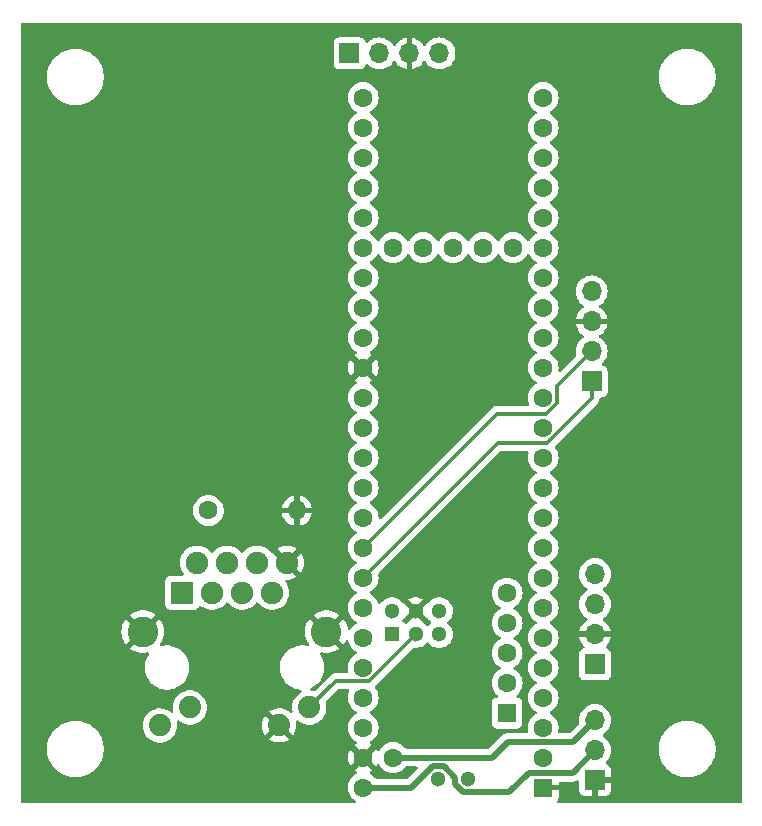
<source format=gbr>
%TF.GenerationSoftware,KiCad,Pcbnew,8.0.4*%
%TF.CreationDate,2024-07-28T19:43:17+02:00*%
%TF.ProjectId,Teensy_Custom_Board,5465656e-7379-45f4-9375-73746f6d5f42,1.0*%
%TF.SameCoordinates,Original*%
%TF.FileFunction,Copper,L2,Bot*%
%TF.FilePolarity,Positive*%
%FSLAX46Y46*%
G04 Gerber Fmt 4.6, Leading zero omitted, Abs format (unit mm)*
G04 Created by KiCad (PCBNEW 8.0.4) date 2024-07-28 19:43:17*
%MOMM*%
%LPD*%
G01*
G04 APERTURE LIST*
%TA.AperFunction,ComponentPad*%
%ADD10C,1.600000*%
%TD*%
%TA.AperFunction,ComponentPad*%
%ADD11O,1.600000X1.600000*%
%TD*%
%TA.AperFunction,ComponentPad*%
%ADD12R,1.700000X1.700000*%
%TD*%
%TA.AperFunction,ComponentPad*%
%ADD13O,1.700000X1.700000*%
%TD*%
%TA.AperFunction,ComponentPad*%
%ADD14C,1.300000*%
%TD*%
%TA.AperFunction,ComponentPad*%
%ADD15R,1.300000X1.300000*%
%TD*%
%TA.AperFunction,ComponentPad*%
%ADD16R,1.600000X1.600000*%
%TD*%
%TA.AperFunction,ComponentPad*%
%ADD17C,1.890000*%
%TD*%
%TA.AperFunction,ComponentPad*%
%ADD18R,1.900000X1.900000*%
%TD*%
%TA.AperFunction,ComponentPad*%
%ADD19C,1.900000*%
%TD*%
%TA.AperFunction,ComponentPad*%
%ADD20C,2.600000*%
%TD*%
%TA.AperFunction,Conductor*%
%ADD21C,0.300000*%
%TD*%
%TA.AperFunction,Conductor*%
%ADD22C,0.500000*%
%TD*%
G04 APERTURE END LIST*
D10*
%TO.P,C1,1*%
%TO.N,Net-(J1-RCT)*%
X130950000Y-79500000D03*
D11*
%TO.P,C1,2*%
%TO.N,GND*%
X138450000Y-79500000D03*
%TD*%
D12*
%TO.P,J5,1,Pin_1*%
%TO.N,Net-(J4-Pin_2)*%
X163700000Y-92520000D03*
D13*
%TO.P,J5,2,Pin_2*%
%TO.N,GND*%
X163700000Y-89980000D03*
%TO.P,J5,3,Pin_3*%
%TO.N,Net-(J5-Pin_3)*%
X163700000Y-87440000D03*
%TO.P,J5,4,Pin_4*%
%TO.N,Net-(J5-Pin_4)*%
X163700000Y-84900000D03*
%TD*%
D14*
%TO.P,U1,67,D+*%
%TO.N,unconnected-(U1-D+-Pad67)*%
X152950000Y-102229200D03*
%TO.P,U1,66,D-*%
%TO.N,unconnected-(U1-D--Pad66)*%
X150410000Y-102229200D03*
%TO.P,U1,65,R-*%
%TO.N,Net-(J1-RD-)*%
X146498400Y-87989200D03*
%TO.P,U1,64,GND*%
%TO.N,GND*%
X148498400Y-87989200D03*
%TO.P,U1,63,T+*%
%TO.N,Net-(J1-TD+)*%
X150498400Y-87989200D03*
%TO.P,U1,62,T-*%
%TO.N,Net-(J1-TD-)*%
X150498400Y-89989200D03*
%TO.P,U1,61,LED*%
%TO.N,Net-(U1-LED)*%
X148498400Y-89989200D03*
D15*
%TO.P,U1,60,R+*%
%TO.N,Net-(J1-RD+)*%
X146498400Y-89989200D03*
D10*
%TO.P,U1,59,GND*%
%TO.N,unconnected-(U1-GND-Pad59)*%
X156249200Y-86500000D03*
%TO.P,U1,58,GND*%
%TO.N,unconnected-(U1-GND-Pad58)*%
X156249200Y-89040000D03*
%TO.P,U1,57,D+*%
%TO.N,unconnected-(U1-D+-Pad57)*%
X156249200Y-91580000D03*
%TO.P,U1,56,D-*%
%TO.N,unconnected-(U1-D--Pad56)*%
X156249200Y-94120000D03*
D16*
%TO.P,U1,55,5V*%
%TO.N,unconnected-(U1-5V-Pad55)*%
X156249200Y-96660000D03*
D10*
%TO.P,U1,54,ON_OFF*%
%TO.N,unconnected-(U1-ON_OFF-Pad54)*%
X146600000Y-57239200D03*
%TO.P,U1,53,PROGRAM*%
%TO.N,unconnected-(U1-PROGRAM-Pad53)*%
X149140000Y-57239200D03*
%TO.P,U1,52,GND*%
%TO.N,unconnected-(U1-GND-Pad52)*%
X151680000Y-57239200D03*
%TO.P,U1,51,3V3*%
%TO.N,unconnected-(U1-3V3-Pad51)*%
X154220000Y-57239200D03*
%TO.P,U1,50,VBAT*%
%TO.N,unconnected-(U1-VBAT-Pad50)*%
X156760000Y-57239200D03*
%TO.P,U1,49,VUSB*%
%TO.N,Net-(J4-Pin_3)*%
X146600000Y-100419200D03*
%TO.P,U1,48,VIN*%
%TO.N,Net-(J4-Pin_2)*%
X144060000Y-102959200D03*
%TO.P,U1,47,GND*%
%TO.N,GND*%
X144060000Y-100419200D03*
%TO.P,U1,46,3V3*%
%TO.N,Net-(J2-Pin_4)*%
X144060000Y-97879200D03*
%TO.P,U1,45,23_A9_CRX1_MCLK1*%
%TO.N,unconnected-(U1-23_A9_CRX1_MCLK1-Pad45)*%
X144060000Y-95339200D03*
%TO.P,U1,44,22_A8_CTX1*%
%TO.N,unconnected-(U1-22_A8_CTX1-Pad44)*%
X144060000Y-92799200D03*
%TO.P,U1,43,21_A7_RX5_BCLK1*%
%TO.N,unconnected-(U1-21_A7_RX5_BCLK1-Pad43)*%
X144060000Y-90259200D03*
%TO.P,U1,42,20_A6_TX5_LRCLK1*%
%TO.N,unconnected-(U1-20_A6_TX5_LRCLK1-Pad42)*%
X144060000Y-87719200D03*
%TO.P,U1,41,19_A5_SCL*%
%TO.N,Net-(J2-Pin_1)*%
X144060000Y-85179200D03*
%TO.P,U1,40,18_A4_SDA*%
%TO.N,Net-(J2-Pin_2)*%
X144060000Y-82639200D03*
%TO.P,U1,39,17_A3_TX4_SDA1*%
%TO.N,unconnected-(U1-17_A3_TX4_SDA1-Pad39)*%
X144060000Y-80099200D03*
%TO.P,U1,38,16_A2_RX4_SCL1*%
%TO.N,unconnected-(U1-16_A2_RX4_SCL1-Pad38)*%
X144060000Y-77559200D03*
%TO.P,U1,37,15_A1_RX3_SPDIF_IN*%
%TO.N,unconnected-(U1-15_A1_RX3_SPDIF_IN-Pad37)*%
X144060000Y-75019200D03*
%TO.P,U1,36,14_A0_TX3_SPDIF_OUT*%
%TO.N,unconnected-(U1-14_A0_TX3_SPDIF_OUT-Pad36)*%
X144060000Y-72479200D03*
%TO.P,U1,35,13_SCK_LED*%
%TO.N,unconnected-(U1-13_SCK_LED-Pad35)*%
X144060000Y-69939200D03*
%TO.P,U1,34,GND*%
%TO.N,GND*%
X144060000Y-67399200D03*
%TO.P,U1,33,41_A17*%
%TO.N,unconnected-(U1-41_A17-Pad33)*%
X144060000Y-64859200D03*
%TO.P,U1,32,40_A16*%
%TO.N,unconnected-(U1-40_A16-Pad32)*%
X144060000Y-62319200D03*
%TO.P,U1,31,39_MISO1_OUT1A*%
%TO.N,unconnected-(U1-39_MISO1_OUT1A-Pad31)*%
X144060000Y-59779200D03*
%TO.P,U1,30,38_CS1_IN1*%
%TO.N,unconnected-(U1-38_CS1_IN1-Pad30)*%
X144060000Y-57239200D03*
%TO.P,U1,29,37_CS*%
%TO.N,unconnected-(U1-37_CS-Pad29)*%
X144060000Y-54699200D03*
%TO.P,U1,28,36_CS*%
%TO.N,unconnected-(U1-36_CS-Pad28)*%
X144060000Y-52159200D03*
%TO.P,U1,27,35_TX8*%
%TO.N,unconnected-(U1-35_TX8-Pad27)*%
X144060000Y-49619200D03*
%TO.P,U1,26,34_RX8*%
%TO.N,unconnected-(U1-34_RX8-Pad26)*%
X144060000Y-47079200D03*
%TO.P,U1,25,33_MCLK2*%
%TO.N,unconnected-(U1-33_MCLK2-Pad25)*%
X144060000Y-44539200D03*
%TO.P,U1,24,32_OUT1B*%
%TO.N,unconnected-(U1-32_OUT1B-Pad24)*%
X159300000Y-44539200D03*
%TO.P,U1,23,31_CTX3*%
%TO.N,unconnected-(U1-31_CTX3-Pad23)*%
X159300000Y-47079200D03*
%TO.P,U1,22,30_CRX3*%
%TO.N,unconnected-(U1-30_CRX3-Pad22)*%
X159300000Y-49619200D03*
%TO.P,U1,21,29_TX7*%
%TO.N,unconnected-(U1-29_TX7-Pad21)*%
X159300000Y-52159200D03*
%TO.P,U1,20,28_RX7*%
%TO.N,unconnected-(U1-28_RX7-Pad20)*%
X159300000Y-54699200D03*
%TO.P,U1,19,27_A13_SCK1*%
%TO.N,unconnected-(U1-27_A13_SCK1-Pad19)*%
X159300000Y-57239200D03*
%TO.P,U1,18,26_A12_MOSI1*%
%TO.N,unconnected-(U1-26_A12_MOSI1-Pad18)*%
X159300000Y-59779200D03*
%TO.P,U1,17,25_A11_RX6_SDA2*%
%TO.N,unconnected-(U1-25_A11_RX6_SDA2-Pad17)*%
X159300000Y-62319200D03*
%TO.P,U1,16,24_A10_TX6_SCL2*%
%TO.N,unconnected-(U1-24_A10_TX6_SCL2-Pad16)*%
X159300000Y-64859200D03*
%TO.P,U1,15,3V3*%
%TO.N,unconnected-(U1-3V3-Pad15)*%
X159300000Y-67399200D03*
%TO.P,U1,14,12_MISO_MQSL*%
%TO.N,unconnected-(U1-12_MISO_MQSL-Pad14)*%
X159300000Y-69939200D03*
%TO.P,U1,13,11_MOSI_CTX1*%
%TO.N,unconnected-(U1-11_MOSI_CTX1-Pad13)*%
X159300000Y-72479200D03*
%TO.P,U1,12,10_CS_MQSR*%
%TO.N,unconnected-(U1-10_CS_MQSR-Pad12)*%
X159300000Y-75019200D03*
%TO.P,U1,11,9_OUT1C*%
%TO.N,unconnected-(U1-9_OUT1C-Pad11)*%
X159300000Y-77559200D03*
%TO.P,U1,10,8_TX2_IN1*%
%TO.N,unconnected-(U1-8_TX2_IN1-Pad10)*%
X159300000Y-80099200D03*
%TO.P,U1,9,7_RX2_OUT1A*%
%TO.N,unconnected-(U1-7_RX2_OUT1A-Pad9)*%
X159300000Y-82639200D03*
%TO.P,U1,8,6_OUT1D*%
%TO.N,unconnected-(U1-6_OUT1D-Pad8)*%
X159300000Y-85179200D03*
%TO.P,U1,7,5_IN2*%
%TO.N,unconnected-(U1-5_IN2-Pad7)*%
X159300000Y-87719200D03*
%TO.P,U1,6,4_BCLK2*%
%TO.N,unconnected-(U1-4_BCLK2-Pad6)*%
X159300000Y-90259200D03*
%TO.P,U1,5,3_LRCLK2*%
%TO.N,unconnected-(U1-3_LRCLK2-Pad5)*%
X159300000Y-92799200D03*
%TO.P,U1,4,2_OUT2*%
%TO.N,unconnected-(U1-2_OUT2-Pad4)*%
X159300000Y-95339200D03*
%TO.P,U1,3,1_TX1_CTX2_MISO1*%
%TO.N,Net-(J5-Pin_4)*%
X159300000Y-97879200D03*
%TO.P,U1,2,0_RX1_CRX2_CS1*%
%TO.N,Net-(J5-Pin_3)*%
X159300000Y-100419200D03*
D16*
%TO.P,U1,1,GND*%
%TO.N,GND*%
X159300000Y-102959200D03*
%TD*%
D12*
%TO.P,J3,1,Pin_1*%
%TO.N,Net-(J2-Pin_1)*%
X142900000Y-40800000D03*
D13*
%TO.P,J3,2,Pin_2*%
%TO.N,Net-(J2-Pin_2)*%
X145440000Y-40800000D03*
%TO.P,J3,3,Pin_3*%
%TO.N,GND*%
X147980000Y-40800000D03*
%TO.P,J3,4,Pin_4*%
%TO.N,Net-(J2-Pin_4)*%
X150520000Y-40800000D03*
%TD*%
D17*
%TO.P,J1,L1*%
%TO.N,Net-(U1-LED)*%
X139500000Y-96180000D03*
%TO.P,J1,L2*%
%TO.N,GND*%
X136960000Y-97700000D03*
%TO.P,J1,L3*%
%TO.N,unconnected-(J1-PadL3)*%
X129390000Y-96180000D03*
%TO.P,J1,L4*%
%TO.N,unconnected-(J1-PadL4)*%
X126850000Y-97700000D03*
D18*
%TO.P,J1,R1,TD+*%
%TO.N,Net-(J1-TD+)*%
X128730000Y-86460000D03*
D19*
%TO.P,J1,R2,TD-*%
%TO.N,Net-(J1-TD-)*%
X130000000Y-83920000D03*
%TO.P,J1,R3,RD+*%
%TO.N,Net-(J1-RD+)*%
X131270000Y-86460000D03*
%TO.P,J1,R4,TCT*%
%TO.N,Net-(J1-RCT)*%
X132540000Y-83920000D03*
%TO.P,J1,R5,RCT*%
X133810000Y-86460000D03*
%TO.P,J1,R6,RD-*%
%TO.N,Net-(J1-RD-)*%
X135080000Y-83920000D03*
%TO.P,J1,R7,NC*%
%TO.N,unconnected-(J1-NC-PadR7)*%
X136350000Y-86460000D03*
%TO.P,J1,R8*%
%TO.N,GND*%
X137620000Y-83920000D03*
D20*
%TO.P,J1,SH*%
X125400000Y-89750000D03*
X140950000Y-89750000D03*
%TD*%
D12*
%TO.P,J4,1,Pin_1*%
%TO.N,GND*%
X163700000Y-102325000D03*
D13*
%TO.P,J4,2,Pin_2*%
%TO.N,Net-(J4-Pin_2)*%
X163700000Y-99785000D03*
%TO.P,J4,3,Pin_3*%
%TO.N,Net-(J4-Pin_3)*%
X163700000Y-97245000D03*
%TD*%
D12*
%TO.P,J2,1,Pin_1*%
%TO.N,Net-(J2-Pin_1)*%
X163400000Y-68580000D03*
D13*
%TO.P,J2,2,Pin_2*%
%TO.N,Net-(J2-Pin_2)*%
X163400000Y-66040000D03*
%TO.P,J2,3,Pin_3*%
%TO.N,GND*%
X163400000Y-63500000D03*
%TO.P,J2,4,Pin_4*%
%TO.N,Net-(J2-Pin_4)*%
X163400000Y-60960000D03*
%TD*%
D21*
%TO.N,Net-(U1-LED)*%
X144538400Y-93949200D02*
X148498400Y-89989200D01*
X141730800Y-93949200D02*
X144538400Y-93949200D01*
X139500000Y-96180000D02*
X141730800Y-93949200D01*
%TO.N,Net-(J2-Pin_1)*%
X155439200Y-73800000D02*
X144060000Y-85179200D01*
X163400000Y-70005546D02*
X159605546Y-73800000D01*
X159605546Y-73800000D02*
X155439200Y-73800000D01*
X163400000Y-68580000D02*
X163400000Y-70005546D01*
%TO.N,Net-(J2-Pin_2)*%
X155399200Y-71300000D02*
X144060000Y-82639200D01*
X160450000Y-70415546D02*
X159565546Y-71300000D01*
X159565546Y-71300000D02*
X155399200Y-71300000D01*
X160450000Y-68990000D02*
X160450000Y-70415546D01*
X163400000Y-66040000D02*
X160450000Y-68990000D01*
D22*
%TO.N,Net-(J4-Pin_2)*%
X161785000Y-101700000D02*
X163700000Y-99785000D01*
X158059200Y-101700000D02*
X161785000Y-101700000D01*
X156430000Y-103329200D02*
X158059200Y-101700000D01*
X151850000Y-102684835D02*
X152494365Y-103329200D01*
X152494365Y-103329200D02*
X156430000Y-103329200D01*
X151850000Y-102113565D02*
X151850000Y-102684835D01*
X149954365Y-101129200D02*
X150865635Y-101129200D01*
X150865635Y-101129200D02*
X151850000Y-102113565D01*
X148124365Y-102959200D02*
X149954365Y-101129200D01*
X144060000Y-102959200D02*
X148124365Y-102959200D01*
%TO.N,Net-(J4-Pin_3)*%
X161815800Y-99129200D02*
X163700000Y-97245000D01*
X156282233Y-99129200D02*
X161815800Y-99129200D01*
X154992233Y-100419200D02*
X156282233Y-99129200D01*
X146600000Y-100419200D02*
X154992233Y-100419200D01*
%TD*%
%TA.AperFunction,Conductor*%
%TO.N,GND*%
G36*
X176042539Y-38220185D02*
G01*
X176088294Y-38272989D01*
X176099500Y-38324500D01*
X176099500Y-104175500D01*
X176079815Y-104242539D01*
X176027011Y-104288294D01*
X175975500Y-104299500D01*
X160567834Y-104299500D01*
X160500795Y-104279815D01*
X160455040Y-104227011D01*
X160445096Y-104157853D01*
X160468568Y-104101188D01*
X160543352Y-104001289D01*
X160543354Y-104001286D01*
X160593596Y-103866579D01*
X160593598Y-103866572D01*
X160599999Y-103807044D01*
X160600000Y-103807027D01*
X160600000Y-103209200D01*
X159790748Y-103209200D01*
X159812518Y-103171492D01*
X159850000Y-103031609D01*
X159850000Y-102886791D01*
X159812518Y-102746908D01*
X159790748Y-102709200D01*
X160600000Y-102709200D01*
X160600000Y-102574500D01*
X160619685Y-102507461D01*
X160672489Y-102461706D01*
X160724000Y-102450500D01*
X161858920Y-102450500D01*
X161956462Y-102431096D01*
X162003913Y-102421658D01*
X162140495Y-102365084D01*
X162157107Y-102353983D01*
X162223785Y-102333105D01*
X162291165Y-102351588D01*
X162337856Y-102403566D01*
X162350000Y-102457085D01*
X162350000Y-103222844D01*
X162356401Y-103282372D01*
X162356403Y-103282379D01*
X162406645Y-103417086D01*
X162406649Y-103417093D01*
X162492809Y-103532187D01*
X162492812Y-103532190D01*
X162607906Y-103618350D01*
X162607913Y-103618354D01*
X162742620Y-103668596D01*
X162742627Y-103668598D01*
X162802155Y-103674999D01*
X162802172Y-103675000D01*
X163450000Y-103675000D01*
X163450000Y-102758012D01*
X163507007Y-102790925D01*
X163634174Y-102825000D01*
X163765826Y-102825000D01*
X163892993Y-102790925D01*
X163950000Y-102758012D01*
X163950000Y-103675000D01*
X164597828Y-103675000D01*
X164597844Y-103674999D01*
X164657372Y-103668598D01*
X164657379Y-103668596D01*
X164792086Y-103618354D01*
X164792093Y-103618350D01*
X164907187Y-103532190D01*
X164907190Y-103532187D01*
X164993350Y-103417093D01*
X164993354Y-103417086D01*
X165043596Y-103282379D01*
X165043598Y-103282372D01*
X165049999Y-103222844D01*
X165050000Y-103222827D01*
X165050000Y-102575000D01*
X164133012Y-102575000D01*
X164165925Y-102517993D01*
X164200000Y-102390826D01*
X164200000Y-102259174D01*
X164165925Y-102132007D01*
X164133012Y-102075000D01*
X165050000Y-102075000D01*
X165050000Y-101427172D01*
X165049999Y-101427155D01*
X165043598Y-101367627D01*
X165043596Y-101367620D01*
X164993354Y-101232913D01*
X164993350Y-101232906D01*
X164907190Y-101117812D01*
X164907187Y-101117809D01*
X164792093Y-101031649D01*
X164792088Y-101031646D01*
X164660528Y-100982577D01*
X164604595Y-100940705D01*
X164580178Y-100875241D01*
X164595030Y-100806968D01*
X164616175Y-100778720D01*
X164738495Y-100656401D01*
X164874035Y-100462830D01*
X164973903Y-100248663D01*
X165035063Y-100020408D01*
X165055659Y-99785000D01*
X165054037Y-99766466D01*
X165043868Y-99650236D01*
X165036427Y-99565186D01*
X169099500Y-99565186D01*
X169099500Y-99834813D01*
X169129686Y-100102719D01*
X169129688Y-100102731D01*
X169189684Y-100365594D01*
X169189687Y-100365602D01*
X169278734Y-100620082D01*
X169395714Y-100862994D01*
X169395716Y-100862997D01*
X169539162Y-101091289D01*
X169707266Y-101302085D01*
X169897915Y-101492734D01*
X170108711Y-101660838D01*
X170332262Y-101801305D01*
X170337005Y-101804285D01*
X170352625Y-101811807D01*
X170579921Y-101921267D01*
X170771049Y-101988145D01*
X170834397Y-102010312D01*
X170834405Y-102010315D01*
X170834408Y-102010315D01*
X170834409Y-102010316D01*
X171097268Y-102070312D01*
X171365187Y-102100499D01*
X171365188Y-102100500D01*
X171365191Y-102100500D01*
X171634812Y-102100500D01*
X171634812Y-102100499D01*
X171902732Y-102070312D01*
X172165591Y-102010316D01*
X172420079Y-101921267D01*
X172662997Y-101804284D01*
X172891289Y-101660838D01*
X173102085Y-101492734D01*
X173292734Y-101302085D01*
X173460838Y-101091289D01*
X173604284Y-100862997D01*
X173721267Y-100620079D01*
X173810316Y-100365591D01*
X173870312Y-100102732D01*
X173900500Y-99834809D01*
X173900500Y-99565191D01*
X173870312Y-99297268D01*
X173810316Y-99034409D01*
X173808173Y-99028286D01*
X173768131Y-98913852D01*
X173721267Y-98779921D01*
X173604284Y-98537003D01*
X173460838Y-98308711D01*
X173292734Y-98097915D01*
X173102085Y-97907266D01*
X172891289Y-97739162D01*
X172662997Y-97595716D01*
X172662994Y-97595714D01*
X172420082Y-97478734D01*
X172165602Y-97389687D01*
X172165594Y-97389684D01*
X171965047Y-97343911D01*
X171902732Y-97329688D01*
X171902728Y-97329687D01*
X171902719Y-97329686D01*
X171634813Y-97299500D01*
X171634809Y-97299500D01*
X171365191Y-97299500D01*
X171365186Y-97299500D01*
X171097280Y-97329686D01*
X171097268Y-97329688D01*
X170834405Y-97389684D01*
X170834397Y-97389687D01*
X170579917Y-97478734D01*
X170337005Y-97595714D01*
X170108712Y-97739161D01*
X169897915Y-97907265D01*
X169707265Y-98097915D01*
X169539161Y-98308712D01*
X169395714Y-98537005D01*
X169278734Y-98779917D01*
X169189687Y-99034397D01*
X169189684Y-99034405D01*
X169129688Y-99297268D01*
X169129686Y-99297280D01*
X169099500Y-99565186D01*
X165036427Y-99565186D01*
X165035063Y-99549592D01*
X164973903Y-99321337D01*
X164874035Y-99107171D01*
X164873264Y-99106069D01*
X164738494Y-98913597D01*
X164571402Y-98746506D01*
X164571396Y-98746501D01*
X164385842Y-98616575D01*
X164342217Y-98561998D01*
X164335023Y-98492500D01*
X164366546Y-98430145D01*
X164385842Y-98413425D01*
X164463547Y-98359015D01*
X164571401Y-98283495D01*
X164738495Y-98116401D01*
X164874035Y-97922830D01*
X164973903Y-97708663D01*
X165035063Y-97480408D01*
X165055659Y-97245000D01*
X165054262Y-97229038D01*
X165040425Y-97070883D01*
X165035063Y-97009592D01*
X164981346Y-96809116D01*
X164973905Y-96781344D01*
X164973904Y-96781343D01*
X164973903Y-96781337D01*
X164874035Y-96567171D01*
X164873173Y-96565939D01*
X164738494Y-96373597D01*
X164571402Y-96206506D01*
X164571395Y-96206501D01*
X164377834Y-96070967D01*
X164377830Y-96070965D01*
X164377828Y-96070964D01*
X164163663Y-95971097D01*
X164163659Y-95971096D01*
X164163655Y-95971094D01*
X163935413Y-95909938D01*
X163935403Y-95909936D01*
X163700001Y-95889341D01*
X163699999Y-95889341D01*
X163464596Y-95909936D01*
X163464586Y-95909938D01*
X163236344Y-95971094D01*
X163236335Y-95971098D01*
X163022171Y-96070964D01*
X163022169Y-96070965D01*
X162828597Y-96206505D01*
X162661505Y-96373597D01*
X162525965Y-96567169D01*
X162525964Y-96567171D01*
X162426098Y-96781335D01*
X162426094Y-96781344D01*
X162364938Y-97009586D01*
X162364936Y-97009596D01*
X162344341Y-97244999D01*
X162344341Y-97245001D01*
X162362977Y-97458013D01*
X162349210Y-97526513D01*
X162327130Y-97556501D01*
X161541251Y-98342381D01*
X161479928Y-98375866D01*
X161453570Y-98378700D01*
X160674137Y-98378700D01*
X160607098Y-98359015D01*
X160561343Y-98306211D01*
X160551399Y-98237053D01*
X160554362Y-98222607D01*
X160575156Y-98145000D01*
X160585635Y-98105892D01*
X160605468Y-97879200D01*
X160604817Y-97871764D01*
X160599801Y-97814430D01*
X160585635Y-97652508D01*
X160534388Y-97461251D01*
X160526741Y-97432711D01*
X160526738Y-97432702D01*
X160485334Y-97343911D01*
X160430568Y-97226466D01*
X160300047Y-97040061D01*
X160300045Y-97040058D01*
X160139141Y-96879154D01*
X159952734Y-96748632D01*
X159952728Y-96748629D01*
X159894725Y-96721582D01*
X159842285Y-96675410D01*
X159823133Y-96608217D01*
X159843348Y-96541335D01*
X159894725Y-96496818D01*
X159952734Y-96469768D01*
X160139139Y-96339247D01*
X160300047Y-96178339D01*
X160430568Y-95991934D01*
X160526739Y-95785696D01*
X160585635Y-95565892D01*
X160603692Y-95359500D01*
X160605468Y-95339201D01*
X160605468Y-95339198D01*
X160588748Y-95148092D01*
X160585635Y-95112508D01*
X160526739Y-94892704D01*
X160430568Y-94686466D01*
X160300047Y-94500061D01*
X160300045Y-94500058D01*
X160139141Y-94339154D01*
X159952734Y-94208632D01*
X159952728Y-94208629D01*
X159894725Y-94181582D01*
X159842285Y-94135410D01*
X159823133Y-94068217D01*
X159843348Y-94001335D01*
X159894725Y-93956818D01*
X159952734Y-93929768D01*
X160139139Y-93799247D01*
X160300047Y-93638339D01*
X160430568Y-93451934D01*
X160526739Y-93245696D01*
X160585635Y-93025892D01*
X160605468Y-92799200D01*
X160585635Y-92572508D01*
X160526739Y-92352704D01*
X160430568Y-92146466D01*
X160300047Y-91960061D01*
X160300045Y-91960058D01*
X160139141Y-91799154D01*
X159952734Y-91668632D01*
X159952728Y-91668629D01*
X159894725Y-91641582D01*
X159842285Y-91595410D01*
X159823133Y-91528217D01*
X159843348Y-91461335D01*
X159894725Y-91416818D01*
X159952734Y-91389768D01*
X160139139Y-91259247D01*
X160300047Y-91098339D01*
X160430568Y-90911934D01*
X160526739Y-90705696D01*
X160585635Y-90485892D01*
X160605468Y-90259200D01*
X160585635Y-90032508D01*
X160526739Y-89812704D01*
X160430568Y-89606466D01*
X160300047Y-89420061D01*
X160300045Y-89420058D01*
X160139141Y-89259154D01*
X159952734Y-89128632D01*
X159952728Y-89128629D01*
X159925038Y-89115717D01*
X159894724Y-89101581D01*
X159842285Y-89055410D01*
X159823133Y-88988217D01*
X159843348Y-88921335D01*
X159894725Y-88876818D01*
X159952734Y-88849768D01*
X160139139Y-88719247D01*
X160300047Y-88558339D01*
X160430568Y-88371934D01*
X160526739Y-88165696D01*
X160585635Y-87945892D01*
X160605468Y-87719200D01*
X160585635Y-87492508D01*
X160529134Y-87281641D01*
X160526741Y-87272711D01*
X160526738Y-87272702D01*
X160497869Y-87210793D01*
X160430568Y-87066466D01*
X160300047Y-86880061D01*
X160300045Y-86880058D01*
X160139141Y-86719154D01*
X159952734Y-86588632D01*
X159952728Y-86588629D01*
X159894725Y-86561582D01*
X159842285Y-86515410D01*
X159823133Y-86448217D01*
X159843348Y-86381335D01*
X159894725Y-86336818D01*
X159952734Y-86309768D01*
X160139139Y-86179247D01*
X160300047Y-86018339D01*
X160430568Y-85831934D01*
X160526739Y-85625696D01*
X160585635Y-85405892D01*
X160605468Y-85179200D01*
X160585635Y-84952508D01*
X160571565Y-84899999D01*
X162344341Y-84899999D01*
X162344341Y-84900000D01*
X162364936Y-85135403D01*
X162364938Y-85135413D01*
X162426094Y-85363655D01*
X162426096Y-85363659D01*
X162426097Y-85363663D01*
X162489650Y-85499953D01*
X162525965Y-85577830D01*
X162525967Y-85577834D01*
X162584102Y-85660858D01*
X162658612Y-85767270D01*
X162661501Y-85771395D01*
X162661506Y-85771402D01*
X162828597Y-85938493D01*
X162828603Y-85938498D01*
X163014158Y-86068425D01*
X163057783Y-86123002D01*
X163064977Y-86192500D01*
X163033454Y-86254855D01*
X163014158Y-86271575D01*
X162828597Y-86401505D01*
X162661505Y-86568597D01*
X162525965Y-86762169D01*
X162525964Y-86762171D01*
X162426098Y-86976335D01*
X162426094Y-86976344D01*
X162364938Y-87204586D01*
X162364936Y-87204596D01*
X162344341Y-87439999D01*
X162344341Y-87440000D01*
X162364936Y-87675403D01*
X162364938Y-87675413D01*
X162426094Y-87903655D01*
X162426096Y-87903659D01*
X162426097Y-87903663D01*
X162466454Y-87990209D01*
X162525965Y-88117830D01*
X162525967Y-88117834D01*
X162634281Y-88272521D01*
X162661505Y-88311401D01*
X162828599Y-88478495D01*
X162998491Y-88597455D01*
X163014594Y-88608730D01*
X163058219Y-88663307D01*
X163065413Y-88732805D01*
X163033890Y-88795160D01*
X163014595Y-88811880D01*
X162828922Y-88941890D01*
X162828920Y-88941891D01*
X162661891Y-89108920D01*
X162661886Y-89108926D01*
X162526400Y-89302420D01*
X162526399Y-89302422D01*
X162426570Y-89516507D01*
X162426567Y-89516513D01*
X162369364Y-89729999D01*
X162369364Y-89730000D01*
X163266988Y-89730000D01*
X163234075Y-89787007D01*
X163200000Y-89914174D01*
X163200000Y-90045826D01*
X163234075Y-90172993D01*
X163266988Y-90230000D01*
X162369364Y-90230000D01*
X162426567Y-90443486D01*
X162426570Y-90443492D01*
X162526399Y-90657578D01*
X162661894Y-90851082D01*
X162783946Y-90973134D01*
X162817431Y-91034457D01*
X162812447Y-91104149D01*
X162770575Y-91160082D01*
X162739598Y-91176997D01*
X162607671Y-91226202D01*
X162607664Y-91226206D01*
X162492455Y-91312452D01*
X162492452Y-91312455D01*
X162406206Y-91427664D01*
X162406202Y-91427671D01*
X162355908Y-91562517D01*
X162350942Y-91608716D01*
X162349501Y-91622123D01*
X162349500Y-91622135D01*
X162349500Y-93417870D01*
X162349501Y-93417876D01*
X162355908Y-93477483D01*
X162406202Y-93612328D01*
X162406206Y-93612335D01*
X162492452Y-93727544D01*
X162492455Y-93727547D01*
X162607664Y-93813793D01*
X162607671Y-93813797D01*
X162742517Y-93864091D01*
X162742516Y-93864091D01*
X162749444Y-93864835D01*
X162802127Y-93870500D01*
X164597872Y-93870499D01*
X164657483Y-93864091D01*
X164792331Y-93813796D01*
X164907546Y-93727546D01*
X164993796Y-93612331D01*
X165044091Y-93477483D01*
X165050500Y-93417873D01*
X165050499Y-91622128D01*
X165044091Y-91562517D01*
X165043427Y-91560738D01*
X164993797Y-91427671D01*
X164993793Y-91427664D01*
X164907547Y-91312455D01*
X164907544Y-91312452D01*
X164792335Y-91226206D01*
X164792328Y-91226202D01*
X164660401Y-91176997D01*
X164604467Y-91135126D01*
X164580050Y-91069662D01*
X164594902Y-91001389D01*
X164616053Y-90973133D01*
X164738108Y-90851078D01*
X164873600Y-90657578D01*
X164973429Y-90443492D01*
X164973432Y-90443486D01*
X165030636Y-90230000D01*
X164133012Y-90230000D01*
X164165925Y-90172993D01*
X164200000Y-90045826D01*
X164200000Y-89914174D01*
X164165925Y-89787007D01*
X164133012Y-89730000D01*
X165030636Y-89730000D01*
X165030635Y-89729999D01*
X164973432Y-89516513D01*
X164973429Y-89516507D01*
X164873600Y-89302422D01*
X164873599Y-89302420D01*
X164738113Y-89108926D01*
X164738108Y-89108920D01*
X164571078Y-88941890D01*
X164385405Y-88811879D01*
X164341780Y-88757302D01*
X164334588Y-88687804D01*
X164366110Y-88625449D01*
X164385406Y-88608730D01*
X164571401Y-88478495D01*
X164738495Y-88311401D01*
X164874035Y-88117830D01*
X164973903Y-87903663D01*
X165035063Y-87675408D01*
X165055659Y-87440000D01*
X165035063Y-87204592D01*
X164973903Y-86976337D01*
X164874035Y-86762171D01*
X164849193Y-86726692D01*
X164738494Y-86568597D01*
X164571402Y-86401506D01*
X164571396Y-86401501D01*
X164385842Y-86271575D01*
X164342217Y-86216998D01*
X164335023Y-86147500D01*
X164366546Y-86085145D01*
X164385842Y-86068425D01*
X164501543Y-85987410D01*
X164571401Y-85938495D01*
X164738495Y-85771401D01*
X164874035Y-85577830D01*
X164973903Y-85363663D01*
X165035063Y-85135408D01*
X165055659Y-84900000D01*
X165035063Y-84664592D01*
X164973903Y-84436337D01*
X164874035Y-84222171D01*
X164855925Y-84196306D01*
X164738494Y-84028597D01*
X164571402Y-83861506D01*
X164571395Y-83861501D01*
X164377834Y-83725967D01*
X164377830Y-83725965D01*
X164377828Y-83725964D01*
X164163663Y-83626097D01*
X164163659Y-83626096D01*
X164163655Y-83626094D01*
X163935413Y-83564938D01*
X163935403Y-83564936D01*
X163700001Y-83544341D01*
X163699999Y-83544341D01*
X163464596Y-83564936D01*
X163464586Y-83564938D01*
X163236344Y-83626094D01*
X163236335Y-83626098D01*
X163022171Y-83725964D01*
X163022169Y-83725965D01*
X162828597Y-83861505D01*
X162661505Y-84028597D01*
X162525965Y-84222169D01*
X162525964Y-84222171D01*
X162426098Y-84436335D01*
X162426094Y-84436344D01*
X162364938Y-84664586D01*
X162364936Y-84664596D01*
X162344341Y-84899999D01*
X160571565Y-84899999D01*
X160526739Y-84732704D01*
X160430568Y-84526466D01*
X160300047Y-84340061D01*
X160300045Y-84340058D01*
X160139141Y-84179154D01*
X159952734Y-84048632D01*
X159952728Y-84048629D01*
X159894725Y-84021582D01*
X159842285Y-83975410D01*
X159823133Y-83908217D01*
X159843348Y-83841335D01*
X159894725Y-83796818D01*
X159952734Y-83769768D01*
X160139139Y-83639247D01*
X160300047Y-83478339D01*
X160430568Y-83291934D01*
X160526739Y-83085696D01*
X160585635Y-82865892D01*
X160605468Y-82639200D01*
X160605467Y-82639194D01*
X160585635Y-82412513D01*
X160585635Y-82412508D01*
X160526739Y-82192704D01*
X160430568Y-81986466D01*
X160300047Y-81800061D01*
X160300045Y-81800058D01*
X160139141Y-81639154D01*
X159952734Y-81508632D01*
X159952728Y-81508629D01*
X159894725Y-81481582D01*
X159842285Y-81435410D01*
X159823133Y-81368217D01*
X159843348Y-81301335D01*
X159894725Y-81256818D01*
X159952734Y-81229768D01*
X160139139Y-81099247D01*
X160300047Y-80938339D01*
X160430568Y-80751934D01*
X160526739Y-80545696D01*
X160585635Y-80325892D01*
X160605468Y-80099200D01*
X160605467Y-80099194D01*
X160585635Y-79872513D01*
X160585635Y-79872508D01*
X160526739Y-79652704D01*
X160430568Y-79446466D01*
X160300047Y-79260061D01*
X160300045Y-79260058D01*
X160139141Y-79099154D01*
X159952734Y-78968632D01*
X159952728Y-78968629D01*
X159894725Y-78941582D01*
X159842285Y-78895410D01*
X159823133Y-78828217D01*
X159843348Y-78761335D01*
X159894725Y-78716818D01*
X159952734Y-78689768D01*
X160139139Y-78559247D01*
X160300047Y-78398339D01*
X160430568Y-78211934D01*
X160526739Y-78005696D01*
X160585635Y-77785892D01*
X160605468Y-77559200D01*
X160585635Y-77332508D01*
X160526739Y-77112704D01*
X160430568Y-76906466D01*
X160300047Y-76720061D01*
X160300045Y-76720058D01*
X160139141Y-76559154D01*
X159952734Y-76428632D01*
X159952728Y-76428629D01*
X159894725Y-76401582D01*
X159842285Y-76355410D01*
X159823133Y-76288217D01*
X159843348Y-76221335D01*
X159894725Y-76176818D01*
X159952734Y-76149768D01*
X160139139Y-76019247D01*
X160300047Y-75858339D01*
X160430568Y-75671934D01*
X160526739Y-75465696D01*
X160585635Y-75245892D01*
X160605468Y-75019200D01*
X160585635Y-74792508D01*
X160540916Y-74625615D01*
X160526741Y-74572711D01*
X160526738Y-74572702D01*
X160430568Y-74366467D01*
X160430567Y-74366465D01*
X160296942Y-74175626D01*
X160298751Y-74174359D01*
X160274530Y-74119056D01*
X160285551Y-74050061D01*
X160309844Y-74015647D01*
X163905276Y-70420216D01*
X163976465Y-70313673D01*
X164025501Y-70195290D01*
X164025501Y-70195286D01*
X164025503Y-70195283D01*
X164031349Y-70165893D01*
X164031349Y-70165892D01*
X164050500Y-70069617D01*
X164050500Y-70054499D01*
X164070185Y-69987460D01*
X164122989Y-69941705D01*
X164174500Y-69930499D01*
X164297871Y-69930499D01*
X164297872Y-69930499D01*
X164357483Y-69924091D01*
X164492331Y-69873796D01*
X164607546Y-69787546D01*
X164693796Y-69672331D01*
X164744091Y-69537483D01*
X164750500Y-69477873D01*
X164750499Y-67682128D01*
X164744091Y-67622517D01*
X164693796Y-67487669D01*
X164693795Y-67487668D01*
X164693793Y-67487664D01*
X164607547Y-67372455D01*
X164607544Y-67372452D01*
X164492335Y-67286206D01*
X164492328Y-67286202D01*
X164360917Y-67237189D01*
X164304983Y-67195318D01*
X164280566Y-67129853D01*
X164295418Y-67061580D01*
X164316563Y-67033332D01*
X164438495Y-66911401D01*
X164574035Y-66717830D01*
X164673903Y-66503663D01*
X164735063Y-66275408D01*
X164755659Y-66040000D01*
X164735063Y-65804592D01*
X164673903Y-65576337D01*
X164574035Y-65362171D01*
X164534486Y-65305688D01*
X164438494Y-65168597D01*
X164271402Y-65001506D01*
X164271401Y-65001505D01*
X164085405Y-64871269D01*
X164041781Y-64816692D01*
X164034588Y-64747193D01*
X164066110Y-64684839D01*
X164085405Y-64668119D01*
X164271082Y-64538105D01*
X164438105Y-64371082D01*
X164573600Y-64177578D01*
X164673429Y-63963492D01*
X164673432Y-63963486D01*
X164730636Y-63750000D01*
X163833012Y-63750000D01*
X163865925Y-63692993D01*
X163900000Y-63565826D01*
X163900000Y-63434174D01*
X163865925Y-63307007D01*
X163833012Y-63250000D01*
X164730636Y-63250000D01*
X164730635Y-63249999D01*
X164673432Y-63036513D01*
X164673429Y-63036507D01*
X164573600Y-62822422D01*
X164573599Y-62822420D01*
X164438113Y-62628926D01*
X164438108Y-62628920D01*
X164271078Y-62461890D01*
X164085405Y-62331879D01*
X164041780Y-62277302D01*
X164034588Y-62207804D01*
X164066110Y-62145449D01*
X164085406Y-62128730D01*
X164271401Y-61998495D01*
X164438495Y-61831401D01*
X164574035Y-61637830D01*
X164673903Y-61423663D01*
X164735063Y-61195408D01*
X164755659Y-60960000D01*
X164735063Y-60724592D01*
X164673903Y-60496337D01*
X164574035Y-60282171D01*
X164534486Y-60225688D01*
X164438494Y-60088597D01*
X164271402Y-59921506D01*
X164271395Y-59921501D01*
X164077834Y-59785967D01*
X164077830Y-59785965D01*
X164063318Y-59779198D01*
X163863663Y-59686097D01*
X163863659Y-59686096D01*
X163863655Y-59686094D01*
X163635413Y-59624938D01*
X163635403Y-59624936D01*
X163400001Y-59604341D01*
X163399999Y-59604341D01*
X163164596Y-59624936D01*
X163164586Y-59624938D01*
X162936344Y-59686094D01*
X162936335Y-59686098D01*
X162722171Y-59785964D01*
X162722169Y-59785965D01*
X162528597Y-59921505D01*
X162361505Y-60088597D01*
X162225965Y-60282169D01*
X162225964Y-60282171D01*
X162126098Y-60496335D01*
X162126094Y-60496344D01*
X162064938Y-60724586D01*
X162064936Y-60724596D01*
X162044341Y-60959999D01*
X162044341Y-60960000D01*
X162064936Y-61195403D01*
X162064938Y-61195413D01*
X162126094Y-61423655D01*
X162126096Y-61423659D01*
X162126097Y-61423663D01*
X162152396Y-61480061D01*
X162225965Y-61637830D01*
X162225967Y-61637834D01*
X162334281Y-61792521D01*
X162361505Y-61831401D01*
X162528599Y-61998495D01*
X162662870Y-62092513D01*
X162714594Y-62128730D01*
X162758219Y-62183307D01*
X162765413Y-62252805D01*
X162733890Y-62315160D01*
X162714595Y-62331880D01*
X162528922Y-62461890D01*
X162528920Y-62461891D01*
X162361891Y-62628920D01*
X162361886Y-62628926D01*
X162226400Y-62822420D01*
X162226399Y-62822422D01*
X162126570Y-63036507D01*
X162126567Y-63036513D01*
X162069364Y-63249999D01*
X162069364Y-63250000D01*
X162966988Y-63250000D01*
X162934075Y-63307007D01*
X162900000Y-63434174D01*
X162900000Y-63565826D01*
X162934075Y-63692993D01*
X162966988Y-63750000D01*
X162069364Y-63750000D01*
X162126567Y-63963486D01*
X162126570Y-63963492D01*
X162226399Y-64177578D01*
X162361894Y-64371082D01*
X162528917Y-64538105D01*
X162714595Y-64668119D01*
X162758219Y-64722696D01*
X162765412Y-64792195D01*
X162733890Y-64854549D01*
X162714595Y-64871269D01*
X162528594Y-65001508D01*
X162361505Y-65168597D01*
X162225965Y-65362169D01*
X162225964Y-65362171D01*
X162126098Y-65576335D01*
X162126094Y-65576344D01*
X162064938Y-65804586D01*
X162064936Y-65804596D01*
X162044341Y-66039999D01*
X162044341Y-66040000D01*
X162064936Y-66275403D01*
X162064939Y-66275416D01*
X162084384Y-66347989D01*
X162082721Y-66417839D01*
X162052290Y-66467762D01*
X160796956Y-67723096D01*
X160735633Y-67756581D01*
X160665941Y-67751597D01*
X160610008Y-67709725D01*
X160585591Y-67644261D01*
X160585747Y-67624607D01*
X160586895Y-67611492D01*
X160605468Y-67399200D01*
X160585635Y-67172508D01*
X160526739Y-66952704D01*
X160430568Y-66746466D01*
X160300047Y-66560061D01*
X160300045Y-66560058D01*
X160139141Y-66399154D01*
X159952734Y-66268632D01*
X159952728Y-66268629D01*
X159894725Y-66241582D01*
X159842285Y-66195410D01*
X159823133Y-66128217D01*
X159843348Y-66061335D01*
X159894725Y-66016818D01*
X159952734Y-65989768D01*
X160139139Y-65859247D01*
X160300047Y-65698339D01*
X160430568Y-65511934D01*
X160526739Y-65305696D01*
X160585635Y-65085892D01*
X160605468Y-64859200D01*
X160585635Y-64632508D01*
X160526739Y-64412704D01*
X160430568Y-64206466D01*
X160300047Y-64020061D01*
X160300045Y-64020058D01*
X160139141Y-63859154D01*
X159952734Y-63728632D01*
X159952728Y-63728629D01*
X159894725Y-63701582D01*
X159842285Y-63655410D01*
X159823133Y-63588217D01*
X159843348Y-63521335D01*
X159894725Y-63476818D01*
X159952734Y-63449768D01*
X160139139Y-63319247D01*
X160300047Y-63158339D01*
X160430568Y-62971934D01*
X160526739Y-62765696D01*
X160585635Y-62545892D01*
X160605468Y-62319200D01*
X160585635Y-62092508D01*
X160526739Y-61872704D01*
X160430568Y-61666466D01*
X160300047Y-61480061D01*
X160300045Y-61480058D01*
X160139141Y-61319154D01*
X159952734Y-61188632D01*
X159952728Y-61188629D01*
X159894725Y-61161582D01*
X159842285Y-61115410D01*
X159823133Y-61048217D01*
X159843348Y-60981335D01*
X159894725Y-60936818D01*
X159952734Y-60909768D01*
X160139139Y-60779247D01*
X160300047Y-60618339D01*
X160430568Y-60431934D01*
X160526739Y-60225696D01*
X160585635Y-60005892D01*
X160605468Y-59779200D01*
X160585635Y-59552508D01*
X160526739Y-59332704D01*
X160430568Y-59126466D01*
X160300047Y-58940061D01*
X160300045Y-58940058D01*
X160139141Y-58779154D01*
X159952734Y-58648632D01*
X159952728Y-58648629D01*
X159894725Y-58621582D01*
X159842285Y-58575410D01*
X159823133Y-58508217D01*
X159843348Y-58441335D01*
X159894725Y-58396818D01*
X159952734Y-58369768D01*
X160139139Y-58239247D01*
X160300047Y-58078339D01*
X160430568Y-57891934D01*
X160526739Y-57685696D01*
X160585635Y-57465892D01*
X160605468Y-57239200D01*
X160585635Y-57012508D01*
X160526739Y-56792704D01*
X160430568Y-56586466D01*
X160300047Y-56400061D01*
X160300045Y-56400058D01*
X160139141Y-56239154D01*
X159952734Y-56108632D01*
X159952728Y-56108629D01*
X159894725Y-56081582D01*
X159842285Y-56035410D01*
X159823133Y-55968217D01*
X159843348Y-55901335D01*
X159894725Y-55856818D01*
X159952734Y-55829768D01*
X160139139Y-55699247D01*
X160300047Y-55538339D01*
X160430568Y-55351934D01*
X160526739Y-55145696D01*
X160585635Y-54925892D01*
X160605468Y-54699200D01*
X160585635Y-54472508D01*
X160526739Y-54252704D01*
X160430568Y-54046466D01*
X160300047Y-53860061D01*
X160300045Y-53860058D01*
X160139141Y-53699154D01*
X159952734Y-53568632D01*
X159952728Y-53568629D01*
X159894725Y-53541582D01*
X159842285Y-53495410D01*
X159823133Y-53428217D01*
X159843348Y-53361335D01*
X159894725Y-53316818D01*
X159952734Y-53289768D01*
X160139139Y-53159247D01*
X160300047Y-52998339D01*
X160430568Y-52811934D01*
X160526739Y-52605696D01*
X160585635Y-52385892D01*
X160605468Y-52159200D01*
X160585635Y-51932508D01*
X160526739Y-51712704D01*
X160430568Y-51506466D01*
X160300047Y-51320061D01*
X160300045Y-51320058D01*
X160139141Y-51159154D01*
X159952734Y-51028632D01*
X159952728Y-51028629D01*
X159894725Y-51001582D01*
X159842285Y-50955410D01*
X159823133Y-50888217D01*
X159843348Y-50821335D01*
X159894725Y-50776818D01*
X159952734Y-50749768D01*
X160139139Y-50619247D01*
X160300047Y-50458339D01*
X160430568Y-50271934D01*
X160526739Y-50065696D01*
X160585635Y-49845892D01*
X160605468Y-49619200D01*
X160585635Y-49392508D01*
X160526739Y-49172704D01*
X160430568Y-48966466D01*
X160300047Y-48780061D01*
X160300045Y-48780058D01*
X160139141Y-48619154D01*
X159952734Y-48488632D01*
X159952728Y-48488629D01*
X159894725Y-48461582D01*
X159842285Y-48415410D01*
X159823133Y-48348217D01*
X159843348Y-48281335D01*
X159894725Y-48236818D01*
X159952734Y-48209768D01*
X160139139Y-48079247D01*
X160300047Y-47918339D01*
X160430568Y-47731934D01*
X160526739Y-47525696D01*
X160585635Y-47305892D01*
X160605468Y-47079200D01*
X160585635Y-46852508D01*
X160526739Y-46632704D01*
X160430568Y-46426466D01*
X160300047Y-46240061D01*
X160300045Y-46240058D01*
X160139141Y-46079154D01*
X159952734Y-45948632D01*
X159952728Y-45948629D01*
X159894725Y-45921582D01*
X159842285Y-45875410D01*
X159823133Y-45808217D01*
X159843348Y-45741335D01*
X159894725Y-45696818D01*
X159952734Y-45669768D01*
X160139139Y-45539247D01*
X160300047Y-45378339D01*
X160430568Y-45191934D01*
X160526739Y-44985696D01*
X160585635Y-44765892D01*
X160605468Y-44539200D01*
X160585635Y-44312508D01*
X160526739Y-44092704D01*
X160430568Y-43886466D01*
X160300047Y-43700061D01*
X160300045Y-43700058D01*
X160139141Y-43539154D01*
X159952734Y-43408632D01*
X159952732Y-43408631D01*
X159746497Y-43312461D01*
X159746488Y-43312458D01*
X159526697Y-43253566D01*
X159526693Y-43253565D01*
X159526692Y-43253565D01*
X159526691Y-43253564D01*
X159526686Y-43253564D01*
X159300002Y-43233732D01*
X159299998Y-43233732D01*
X159073313Y-43253564D01*
X159073302Y-43253566D01*
X158853511Y-43312458D01*
X158853502Y-43312461D01*
X158647267Y-43408631D01*
X158647265Y-43408632D01*
X158460858Y-43539154D01*
X158299954Y-43700058D01*
X158169432Y-43886465D01*
X158169431Y-43886467D01*
X158073261Y-44092702D01*
X158073258Y-44092711D01*
X158014366Y-44312502D01*
X158014364Y-44312513D01*
X157994532Y-44539198D01*
X157994532Y-44539201D01*
X158014364Y-44765886D01*
X158014366Y-44765897D01*
X158073258Y-44985688D01*
X158073261Y-44985697D01*
X158169431Y-45191932D01*
X158169432Y-45191934D01*
X158299954Y-45378341D01*
X158460858Y-45539245D01*
X158460861Y-45539247D01*
X158647266Y-45669768D01*
X158705275Y-45696818D01*
X158757714Y-45742991D01*
X158776866Y-45810184D01*
X158756650Y-45877065D01*
X158705275Y-45921582D01*
X158647267Y-45948631D01*
X158647265Y-45948632D01*
X158460858Y-46079154D01*
X158299954Y-46240058D01*
X158169432Y-46426465D01*
X158169431Y-46426467D01*
X158073261Y-46632702D01*
X158073258Y-46632711D01*
X158014366Y-46852502D01*
X158014364Y-46852513D01*
X157994532Y-47079198D01*
X157994532Y-47079201D01*
X158014364Y-47305886D01*
X158014366Y-47305897D01*
X158073258Y-47525688D01*
X158073261Y-47525697D01*
X158169431Y-47731932D01*
X158169432Y-47731934D01*
X158299954Y-47918341D01*
X158460858Y-48079245D01*
X158460861Y-48079247D01*
X158647266Y-48209768D01*
X158705275Y-48236818D01*
X158757714Y-48282991D01*
X158776866Y-48350184D01*
X158756650Y-48417065D01*
X158705275Y-48461582D01*
X158647267Y-48488631D01*
X158647265Y-48488632D01*
X158460858Y-48619154D01*
X158299954Y-48780058D01*
X158169432Y-48966465D01*
X158169431Y-48966467D01*
X158073261Y-49172702D01*
X158073258Y-49172711D01*
X158014366Y-49392502D01*
X158014364Y-49392513D01*
X157994532Y-49619198D01*
X157994532Y-49619201D01*
X158014364Y-49845886D01*
X158014366Y-49845897D01*
X158073258Y-50065688D01*
X158073261Y-50065697D01*
X158169431Y-50271932D01*
X158169432Y-50271934D01*
X158299954Y-50458341D01*
X158460858Y-50619245D01*
X158460861Y-50619247D01*
X158647266Y-50749768D01*
X158705275Y-50776818D01*
X158757714Y-50822991D01*
X158776866Y-50890184D01*
X158756650Y-50957065D01*
X158705275Y-51001582D01*
X158647267Y-51028631D01*
X158647265Y-51028632D01*
X158460858Y-51159154D01*
X158299954Y-51320058D01*
X158169432Y-51506465D01*
X158169431Y-51506467D01*
X158073261Y-51712702D01*
X158073258Y-51712711D01*
X158014366Y-51932502D01*
X158014364Y-51932513D01*
X157994532Y-52159198D01*
X157994532Y-52159201D01*
X158014364Y-52385886D01*
X158014366Y-52385897D01*
X158073258Y-52605688D01*
X158073261Y-52605697D01*
X158169431Y-52811932D01*
X158169432Y-52811934D01*
X158299954Y-52998341D01*
X158460858Y-53159245D01*
X158460861Y-53159247D01*
X158647266Y-53289768D01*
X158705275Y-53316818D01*
X158757714Y-53362991D01*
X158776866Y-53430184D01*
X158756650Y-53497065D01*
X158705275Y-53541582D01*
X158647267Y-53568631D01*
X158647265Y-53568632D01*
X158460858Y-53699154D01*
X158299954Y-53860058D01*
X158169432Y-54046465D01*
X158169431Y-54046467D01*
X158073261Y-54252702D01*
X158073258Y-54252711D01*
X158014366Y-54472502D01*
X158014364Y-54472513D01*
X157994532Y-54699198D01*
X157994532Y-54699201D01*
X158014364Y-54925886D01*
X158014366Y-54925897D01*
X158073258Y-55145688D01*
X158073261Y-55145697D01*
X158169431Y-55351932D01*
X158169432Y-55351934D01*
X158299954Y-55538341D01*
X158460858Y-55699245D01*
X158460861Y-55699247D01*
X158647266Y-55829768D01*
X158705275Y-55856818D01*
X158757714Y-55902991D01*
X158776866Y-55970184D01*
X158756650Y-56037065D01*
X158705275Y-56081582D01*
X158647267Y-56108631D01*
X158647265Y-56108632D01*
X158460858Y-56239154D01*
X158299954Y-56400058D01*
X158169432Y-56586465D01*
X158169431Y-56586467D01*
X158142382Y-56644475D01*
X158096209Y-56696914D01*
X158029016Y-56716066D01*
X157962135Y-56695850D01*
X157917618Y-56644475D01*
X157890568Y-56586467D01*
X157890567Y-56586465D01*
X157760045Y-56400058D01*
X157599141Y-56239154D01*
X157412734Y-56108632D01*
X157412732Y-56108631D01*
X157206497Y-56012461D01*
X157206488Y-56012458D01*
X156986697Y-55953566D01*
X156986693Y-55953565D01*
X156986692Y-55953565D01*
X156986691Y-55953564D01*
X156986686Y-55953564D01*
X156760002Y-55933732D01*
X156759998Y-55933732D01*
X156533313Y-55953564D01*
X156533302Y-55953566D01*
X156313511Y-56012458D01*
X156313502Y-56012461D01*
X156107267Y-56108631D01*
X156107265Y-56108632D01*
X155920858Y-56239154D01*
X155759954Y-56400058D01*
X155629432Y-56586465D01*
X155629431Y-56586467D01*
X155602382Y-56644475D01*
X155556209Y-56696914D01*
X155489016Y-56716066D01*
X155422135Y-56695850D01*
X155377618Y-56644475D01*
X155350568Y-56586467D01*
X155350567Y-56586465D01*
X155220045Y-56400058D01*
X155059141Y-56239154D01*
X154872734Y-56108632D01*
X154872732Y-56108631D01*
X154666497Y-56012461D01*
X154666488Y-56012458D01*
X154446697Y-55953566D01*
X154446693Y-55953565D01*
X154446692Y-55953565D01*
X154446691Y-55953564D01*
X154446686Y-55953564D01*
X154220002Y-55933732D01*
X154219998Y-55933732D01*
X153993313Y-55953564D01*
X153993302Y-55953566D01*
X153773511Y-56012458D01*
X153773502Y-56012461D01*
X153567267Y-56108631D01*
X153567265Y-56108632D01*
X153380858Y-56239154D01*
X153219954Y-56400058D01*
X153089432Y-56586465D01*
X153089431Y-56586467D01*
X153062382Y-56644475D01*
X153016209Y-56696914D01*
X152949016Y-56716066D01*
X152882135Y-56695850D01*
X152837618Y-56644475D01*
X152810568Y-56586467D01*
X152810567Y-56586465D01*
X152680045Y-56400058D01*
X152519141Y-56239154D01*
X152332734Y-56108632D01*
X152332732Y-56108631D01*
X152126497Y-56012461D01*
X152126488Y-56012458D01*
X151906697Y-55953566D01*
X151906693Y-55953565D01*
X151906692Y-55953565D01*
X151906691Y-55953564D01*
X151906686Y-55953564D01*
X151680002Y-55933732D01*
X151679998Y-55933732D01*
X151453313Y-55953564D01*
X151453302Y-55953566D01*
X151233511Y-56012458D01*
X151233502Y-56012461D01*
X151027267Y-56108631D01*
X151027265Y-56108632D01*
X150840858Y-56239154D01*
X150679954Y-56400058D01*
X150549432Y-56586465D01*
X150549431Y-56586467D01*
X150522382Y-56644475D01*
X150476209Y-56696914D01*
X150409016Y-56716066D01*
X150342135Y-56695850D01*
X150297618Y-56644475D01*
X150270568Y-56586467D01*
X150270567Y-56586465D01*
X150140045Y-56400058D01*
X149979141Y-56239154D01*
X149792734Y-56108632D01*
X149792732Y-56108631D01*
X149586497Y-56012461D01*
X149586488Y-56012458D01*
X149366697Y-55953566D01*
X149366693Y-55953565D01*
X149366692Y-55953565D01*
X149366691Y-55953564D01*
X149366686Y-55953564D01*
X149140002Y-55933732D01*
X149139998Y-55933732D01*
X148913313Y-55953564D01*
X148913302Y-55953566D01*
X148693511Y-56012458D01*
X148693502Y-56012461D01*
X148487267Y-56108631D01*
X148487265Y-56108632D01*
X148300858Y-56239154D01*
X148139954Y-56400058D01*
X148009432Y-56586465D01*
X148009431Y-56586467D01*
X147982382Y-56644475D01*
X147936209Y-56696914D01*
X147869016Y-56716066D01*
X147802135Y-56695850D01*
X147757618Y-56644475D01*
X147730568Y-56586467D01*
X147730567Y-56586465D01*
X147600045Y-56400058D01*
X147439141Y-56239154D01*
X147252734Y-56108632D01*
X147252732Y-56108631D01*
X147046497Y-56012461D01*
X147046488Y-56012458D01*
X146826697Y-55953566D01*
X146826693Y-55953565D01*
X146826692Y-55953565D01*
X146826691Y-55953564D01*
X146826686Y-55953564D01*
X146600002Y-55933732D01*
X146599998Y-55933732D01*
X146373313Y-55953564D01*
X146373302Y-55953566D01*
X146153511Y-56012458D01*
X146153502Y-56012461D01*
X145947267Y-56108631D01*
X145947265Y-56108632D01*
X145760858Y-56239154D01*
X145599954Y-56400058D01*
X145469432Y-56586465D01*
X145469431Y-56586467D01*
X145442382Y-56644475D01*
X145396209Y-56696914D01*
X145329016Y-56716066D01*
X145262135Y-56695850D01*
X145217618Y-56644475D01*
X145190568Y-56586467D01*
X145190567Y-56586465D01*
X145060045Y-56400058D01*
X144899141Y-56239154D01*
X144712734Y-56108632D01*
X144712728Y-56108629D01*
X144654725Y-56081582D01*
X144602285Y-56035410D01*
X144583133Y-55968217D01*
X144603348Y-55901335D01*
X144654725Y-55856818D01*
X144712734Y-55829768D01*
X144899139Y-55699247D01*
X145060047Y-55538339D01*
X145190568Y-55351934D01*
X145286739Y-55145696D01*
X145345635Y-54925892D01*
X145365468Y-54699200D01*
X145345635Y-54472508D01*
X145286739Y-54252704D01*
X145190568Y-54046466D01*
X145060047Y-53860061D01*
X145060045Y-53860058D01*
X144899141Y-53699154D01*
X144712734Y-53568632D01*
X144712728Y-53568629D01*
X144654725Y-53541582D01*
X144602285Y-53495410D01*
X144583133Y-53428217D01*
X144603348Y-53361335D01*
X144654725Y-53316818D01*
X144712734Y-53289768D01*
X144899139Y-53159247D01*
X145060047Y-52998339D01*
X145190568Y-52811934D01*
X145286739Y-52605696D01*
X145345635Y-52385892D01*
X145365468Y-52159200D01*
X145345635Y-51932508D01*
X145286739Y-51712704D01*
X145190568Y-51506466D01*
X145060047Y-51320061D01*
X145060045Y-51320058D01*
X144899141Y-51159154D01*
X144712734Y-51028632D01*
X144712728Y-51028629D01*
X144654725Y-51001582D01*
X144602285Y-50955410D01*
X144583133Y-50888217D01*
X144603348Y-50821335D01*
X144654725Y-50776818D01*
X144712734Y-50749768D01*
X144899139Y-50619247D01*
X145060047Y-50458339D01*
X145190568Y-50271934D01*
X145286739Y-50065696D01*
X145345635Y-49845892D01*
X145365468Y-49619200D01*
X145345635Y-49392508D01*
X145286739Y-49172704D01*
X145190568Y-48966466D01*
X145060047Y-48780061D01*
X145060045Y-48780058D01*
X144899141Y-48619154D01*
X144712734Y-48488632D01*
X144712728Y-48488629D01*
X144654725Y-48461582D01*
X144602285Y-48415410D01*
X144583133Y-48348217D01*
X144603348Y-48281335D01*
X144654725Y-48236818D01*
X144712734Y-48209768D01*
X144899139Y-48079247D01*
X145060047Y-47918339D01*
X145190568Y-47731934D01*
X145286739Y-47525696D01*
X145345635Y-47305892D01*
X145365468Y-47079200D01*
X145345635Y-46852508D01*
X145286739Y-46632704D01*
X145190568Y-46426466D01*
X145060047Y-46240061D01*
X145060045Y-46240058D01*
X144899141Y-46079154D01*
X144712734Y-45948632D01*
X144712728Y-45948629D01*
X144654725Y-45921582D01*
X144602285Y-45875410D01*
X144583133Y-45808217D01*
X144603348Y-45741335D01*
X144654725Y-45696818D01*
X144712734Y-45669768D01*
X144899139Y-45539247D01*
X145060047Y-45378339D01*
X145190568Y-45191934D01*
X145286739Y-44985696D01*
X145345635Y-44765892D01*
X145365468Y-44539200D01*
X145345635Y-44312508D01*
X145286739Y-44092704D01*
X145190568Y-43886466D01*
X145060047Y-43700061D01*
X145060045Y-43700058D01*
X144899141Y-43539154D01*
X144712734Y-43408632D01*
X144712732Y-43408631D01*
X144506497Y-43312461D01*
X144506488Y-43312458D01*
X144286697Y-43253566D01*
X144286693Y-43253565D01*
X144286692Y-43253565D01*
X144286691Y-43253564D01*
X144286686Y-43253564D01*
X144060002Y-43233732D01*
X144059998Y-43233732D01*
X143833313Y-43253564D01*
X143833302Y-43253566D01*
X143613511Y-43312458D01*
X143613502Y-43312461D01*
X143407267Y-43408631D01*
X143407265Y-43408632D01*
X143220858Y-43539154D01*
X143059954Y-43700058D01*
X142929432Y-43886465D01*
X142929431Y-43886467D01*
X142833261Y-44092702D01*
X142833258Y-44092711D01*
X142774366Y-44312502D01*
X142774364Y-44312513D01*
X142754532Y-44539198D01*
X142754532Y-44539201D01*
X142774364Y-44765886D01*
X142774366Y-44765897D01*
X142833258Y-44985688D01*
X142833261Y-44985697D01*
X142929431Y-45191932D01*
X142929432Y-45191934D01*
X143059954Y-45378341D01*
X143220858Y-45539245D01*
X143220861Y-45539247D01*
X143407266Y-45669768D01*
X143465275Y-45696818D01*
X143517714Y-45742991D01*
X143536866Y-45810184D01*
X143516650Y-45877065D01*
X143465275Y-45921582D01*
X143407267Y-45948631D01*
X143407265Y-45948632D01*
X143220858Y-46079154D01*
X143059954Y-46240058D01*
X142929432Y-46426465D01*
X142929431Y-46426467D01*
X142833261Y-46632702D01*
X142833258Y-46632711D01*
X142774366Y-46852502D01*
X142774364Y-46852513D01*
X142754532Y-47079198D01*
X142754532Y-47079201D01*
X142774364Y-47305886D01*
X142774366Y-47305897D01*
X142833258Y-47525688D01*
X142833261Y-47525697D01*
X142929431Y-47731932D01*
X142929432Y-47731934D01*
X143059954Y-47918341D01*
X143220858Y-48079245D01*
X143220861Y-48079247D01*
X143407266Y-48209768D01*
X143465275Y-48236818D01*
X143517714Y-48282991D01*
X143536866Y-48350184D01*
X143516650Y-48417065D01*
X143465275Y-48461582D01*
X143407267Y-48488631D01*
X143407265Y-48488632D01*
X143220858Y-48619154D01*
X143059954Y-48780058D01*
X142929432Y-48966465D01*
X142929431Y-48966467D01*
X142833261Y-49172702D01*
X142833258Y-49172711D01*
X142774366Y-49392502D01*
X142774364Y-49392513D01*
X142754532Y-49619198D01*
X142754532Y-49619201D01*
X142774364Y-49845886D01*
X142774366Y-49845897D01*
X142833258Y-50065688D01*
X142833261Y-50065697D01*
X142929431Y-50271932D01*
X142929432Y-50271934D01*
X143059954Y-50458341D01*
X143220858Y-50619245D01*
X143220861Y-50619247D01*
X143407266Y-50749768D01*
X143465275Y-50776818D01*
X143517714Y-50822991D01*
X143536866Y-50890184D01*
X143516650Y-50957065D01*
X143465275Y-51001582D01*
X143407267Y-51028631D01*
X143407265Y-51028632D01*
X143220858Y-51159154D01*
X143059954Y-51320058D01*
X142929432Y-51506465D01*
X142929431Y-51506467D01*
X142833261Y-51712702D01*
X142833258Y-51712711D01*
X142774366Y-51932502D01*
X142774364Y-51932513D01*
X142754532Y-52159198D01*
X142754532Y-52159201D01*
X142774364Y-52385886D01*
X142774366Y-52385897D01*
X142833258Y-52605688D01*
X142833261Y-52605697D01*
X142929431Y-52811932D01*
X142929432Y-52811934D01*
X143059954Y-52998341D01*
X143220858Y-53159245D01*
X143220861Y-53159247D01*
X143407266Y-53289768D01*
X143465275Y-53316818D01*
X143517714Y-53362991D01*
X143536866Y-53430184D01*
X143516650Y-53497065D01*
X143465275Y-53541582D01*
X143407267Y-53568631D01*
X143407265Y-53568632D01*
X143220858Y-53699154D01*
X143059954Y-53860058D01*
X142929432Y-54046465D01*
X142929431Y-54046467D01*
X142833261Y-54252702D01*
X142833258Y-54252711D01*
X142774366Y-54472502D01*
X142774364Y-54472513D01*
X142754532Y-54699198D01*
X142754532Y-54699201D01*
X142774364Y-54925886D01*
X142774366Y-54925897D01*
X142833258Y-55145688D01*
X142833261Y-55145697D01*
X142929431Y-55351932D01*
X142929432Y-55351934D01*
X143059954Y-55538341D01*
X143220858Y-55699245D01*
X143220861Y-55699247D01*
X143407266Y-55829768D01*
X143465275Y-55856818D01*
X143517714Y-55902991D01*
X143536866Y-55970184D01*
X143516650Y-56037065D01*
X143465275Y-56081582D01*
X143407267Y-56108631D01*
X143407265Y-56108632D01*
X143220858Y-56239154D01*
X143059954Y-56400058D01*
X142929432Y-56586465D01*
X142929431Y-56586467D01*
X142833261Y-56792702D01*
X142833258Y-56792711D01*
X142774366Y-57012502D01*
X142774364Y-57012513D01*
X142754532Y-57239198D01*
X142754532Y-57239201D01*
X142774364Y-57465886D01*
X142774366Y-57465897D01*
X142833258Y-57685688D01*
X142833261Y-57685697D01*
X142929431Y-57891932D01*
X142929432Y-57891934D01*
X143059954Y-58078341D01*
X143220858Y-58239245D01*
X143220861Y-58239247D01*
X143407266Y-58369768D01*
X143465275Y-58396818D01*
X143517714Y-58442991D01*
X143536866Y-58510184D01*
X143516650Y-58577065D01*
X143465275Y-58621582D01*
X143407267Y-58648631D01*
X143407265Y-58648632D01*
X143220858Y-58779154D01*
X143059954Y-58940058D01*
X142929432Y-59126465D01*
X142929431Y-59126467D01*
X142833261Y-59332702D01*
X142833258Y-59332711D01*
X142774366Y-59552502D01*
X142774364Y-59552513D01*
X142754532Y-59779198D01*
X142754532Y-59779201D01*
X142774364Y-60005886D01*
X142774366Y-60005897D01*
X142833258Y-60225688D01*
X142833261Y-60225697D01*
X142929431Y-60431932D01*
X142929432Y-60431934D01*
X143059954Y-60618341D01*
X143220858Y-60779245D01*
X143220861Y-60779247D01*
X143407266Y-60909768D01*
X143465275Y-60936818D01*
X143517714Y-60982991D01*
X143536866Y-61050184D01*
X143516650Y-61117065D01*
X143465275Y-61161582D01*
X143407267Y-61188631D01*
X143407265Y-61188632D01*
X143220858Y-61319154D01*
X143059954Y-61480058D01*
X142929432Y-61666465D01*
X142929431Y-61666467D01*
X142833261Y-61872702D01*
X142833258Y-61872711D01*
X142774366Y-62092502D01*
X142774364Y-62092513D01*
X142754532Y-62319198D01*
X142754532Y-62319201D01*
X142774364Y-62545886D01*
X142774366Y-62545897D01*
X142833258Y-62765688D01*
X142833261Y-62765697D01*
X142929431Y-62971932D01*
X142929432Y-62971934D01*
X143059954Y-63158341D01*
X143220858Y-63319245D01*
X143220861Y-63319247D01*
X143407266Y-63449768D01*
X143465275Y-63476818D01*
X143517714Y-63522991D01*
X143536866Y-63590184D01*
X143516650Y-63657065D01*
X143465275Y-63701582D01*
X143407267Y-63728631D01*
X143407265Y-63728632D01*
X143220858Y-63859154D01*
X143059954Y-64020058D01*
X142929432Y-64206465D01*
X142929431Y-64206467D01*
X142833261Y-64412702D01*
X142833258Y-64412711D01*
X142774366Y-64632502D01*
X142774364Y-64632513D01*
X142754532Y-64859198D01*
X142754532Y-64859201D01*
X142774364Y-65085886D01*
X142774366Y-65085897D01*
X142833258Y-65305688D01*
X142833261Y-65305697D01*
X142929431Y-65511932D01*
X142929432Y-65511934D01*
X143059954Y-65698341D01*
X143220858Y-65859245D01*
X143220861Y-65859247D01*
X143407266Y-65989768D01*
X143465865Y-66017093D01*
X143518305Y-66063265D01*
X143537457Y-66130458D01*
X143517242Y-66197339D01*
X143465867Y-66241857D01*
X143407513Y-66269068D01*
X143407512Y-66269068D01*
X143334526Y-66320173D01*
X143334526Y-66320174D01*
X143889765Y-66875412D01*
X143847708Y-66886682D01*
X143722292Y-66959090D01*
X143619890Y-67061492D01*
X143547482Y-67186908D01*
X143536212Y-67228964D01*
X142980974Y-66673726D01*
X142980973Y-66673726D01*
X142929868Y-66746712D01*
X142929866Y-66746716D01*
X142833734Y-66952873D01*
X142833730Y-66952882D01*
X142774860Y-67172589D01*
X142774858Y-67172600D01*
X142755034Y-67399197D01*
X142755034Y-67399202D01*
X142774858Y-67625799D01*
X142774860Y-67625810D01*
X142833730Y-67845517D01*
X142833735Y-67845531D01*
X142929863Y-68051678D01*
X142980974Y-68124672D01*
X143536212Y-67569434D01*
X143547482Y-67611492D01*
X143619890Y-67736908D01*
X143722292Y-67839310D01*
X143847708Y-67911718D01*
X143889765Y-67922987D01*
X143334526Y-68478225D01*
X143407513Y-68529332D01*
X143407521Y-68529336D01*
X143465864Y-68556542D01*
X143518304Y-68602714D01*
X143537456Y-68669907D01*
X143517241Y-68736789D01*
X143465866Y-68781305D01*
X143407272Y-68808628D01*
X143407265Y-68808632D01*
X143220858Y-68939154D01*
X143059954Y-69100058D01*
X142929432Y-69286465D01*
X142929431Y-69286467D01*
X142833261Y-69492702D01*
X142833258Y-69492711D01*
X142774366Y-69712502D01*
X142774364Y-69712513D01*
X142754532Y-69939198D01*
X142754532Y-69939201D01*
X142774364Y-70165886D01*
X142774366Y-70165897D01*
X142833258Y-70385688D01*
X142833261Y-70385697D01*
X142929431Y-70591931D01*
X142929432Y-70591934D01*
X143059954Y-70778341D01*
X143220858Y-70939245D01*
X143220861Y-70939247D01*
X143407266Y-71069768D01*
X143465275Y-71096818D01*
X143517714Y-71142991D01*
X143536866Y-71210184D01*
X143516650Y-71277065D01*
X143465275Y-71321582D01*
X143407267Y-71348631D01*
X143407265Y-71348632D01*
X143220858Y-71479154D01*
X143059954Y-71640058D01*
X142929432Y-71826465D01*
X142929431Y-71826467D01*
X142833261Y-72032702D01*
X142833258Y-72032711D01*
X142774366Y-72252502D01*
X142774364Y-72252513D01*
X142754532Y-72479198D01*
X142754532Y-72479201D01*
X142774364Y-72705886D01*
X142774366Y-72705897D01*
X142833258Y-72925688D01*
X142833261Y-72925697D01*
X142929431Y-73131932D01*
X142929432Y-73131934D01*
X143059954Y-73318341D01*
X143220858Y-73479245D01*
X143220861Y-73479247D01*
X143407266Y-73609768D01*
X143465275Y-73636818D01*
X143517714Y-73682991D01*
X143536866Y-73750184D01*
X143516650Y-73817065D01*
X143465275Y-73861582D01*
X143407267Y-73888631D01*
X143407265Y-73888632D01*
X143220858Y-74019154D01*
X143059954Y-74180058D01*
X142929432Y-74366465D01*
X142929431Y-74366467D01*
X142833261Y-74572702D01*
X142833258Y-74572711D01*
X142774366Y-74792502D01*
X142774364Y-74792513D01*
X142754532Y-75019198D01*
X142754532Y-75019201D01*
X142774364Y-75245886D01*
X142774366Y-75245897D01*
X142833258Y-75465688D01*
X142833261Y-75465697D01*
X142929431Y-75671932D01*
X142929432Y-75671934D01*
X143059954Y-75858341D01*
X143220858Y-76019245D01*
X143220861Y-76019247D01*
X143407266Y-76149768D01*
X143465275Y-76176818D01*
X143517714Y-76222991D01*
X143536866Y-76290184D01*
X143516650Y-76357065D01*
X143465275Y-76401582D01*
X143407267Y-76428631D01*
X143407265Y-76428632D01*
X143220858Y-76559154D01*
X143059954Y-76720058D01*
X142929432Y-76906465D01*
X142929431Y-76906467D01*
X142833261Y-77112702D01*
X142833258Y-77112711D01*
X142774366Y-77332502D01*
X142774364Y-77332513D01*
X142754532Y-77559198D01*
X142754532Y-77559201D01*
X142774364Y-77785886D01*
X142774366Y-77785897D01*
X142833258Y-78005688D01*
X142833261Y-78005697D01*
X142929431Y-78211932D01*
X142929432Y-78211934D01*
X143059954Y-78398341D01*
X143220858Y-78559245D01*
X143220861Y-78559247D01*
X143407266Y-78689768D01*
X143465275Y-78716818D01*
X143517714Y-78762991D01*
X143536866Y-78830184D01*
X143516650Y-78897065D01*
X143465275Y-78941582D01*
X143407267Y-78968631D01*
X143407265Y-78968632D01*
X143220858Y-79099154D01*
X143059954Y-79260058D01*
X142929432Y-79446465D01*
X142929431Y-79446467D01*
X142833261Y-79652702D01*
X142833258Y-79652711D01*
X142774366Y-79872502D01*
X142774364Y-79872513D01*
X142754532Y-80099198D01*
X142754532Y-80099201D01*
X142774364Y-80325886D01*
X142774366Y-80325897D01*
X142833258Y-80545688D01*
X142833261Y-80545697D01*
X142929431Y-80751932D01*
X142929432Y-80751934D01*
X143059954Y-80938341D01*
X143220858Y-81099245D01*
X143220861Y-81099247D01*
X143407266Y-81229768D01*
X143465275Y-81256818D01*
X143517714Y-81302991D01*
X143536866Y-81370184D01*
X143516650Y-81437065D01*
X143465275Y-81481582D01*
X143407267Y-81508631D01*
X143407265Y-81508632D01*
X143220858Y-81639154D01*
X143059954Y-81800058D01*
X142929432Y-81986465D01*
X142929431Y-81986467D01*
X142833261Y-82192702D01*
X142833258Y-82192711D01*
X142774366Y-82412502D01*
X142774364Y-82412513D01*
X142754532Y-82639198D01*
X142754532Y-82639201D01*
X142774364Y-82865886D01*
X142774366Y-82865897D01*
X142833258Y-83085688D01*
X142833261Y-83085697D01*
X142929431Y-83291932D01*
X142929432Y-83291934D01*
X143059954Y-83478341D01*
X143220858Y-83639245D01*
X143220861Y-83639247D01*
X143407266Y-83769768D01*
X143465275Y-83796818D01*
X143517714Y-83842991D01*
X143536866Y-83910184D01*
X143516650Y-83977065D01*
X143465275Y-84021582D01*
X143407267Y-84048631D01*
X143407265Y-84048632D01*
X143220858Y-84179154D01*
X143059954Y-84340058D01*
X142929432Y-84526465D01*
X142929431Y-84526467D01*
X142833261Y-84732702D01*
X142833258Y-84732711D01*
X142774366Y-84952502D01*
X142774364Y-84952513D01*
X142754532Y-85179198D01*
X142754532Y-85179201D01*
X142774364Y-85405886D01*
X142774366Y-85405897D01*
X142833258Y-85625688D01*
X142833261Y-85625697D01*
X142929431Y-85831932D01*
X142929432Y-85831934D01*
X143059954Y-86018341D01*
X143220858Y-86179245D01*
X143220861Y-86179247D01*
X143407266Y-86309768D01*
X143465275Y-86336818D01*
X143517714Y-86382991D01*
X143536866Y-86450184D01*
X143516650Y-86517065D01*
X143465275Y-86561582D01*
X143407267Y-86588631D01*
X143407265Y-86588632D01*
X143220858Y-86719154D01*
X143059954Y-86880058D01*
X142929432Y-87066465D01*
X142929431Y-87066467D01*
X142833261Y-87272702D01*
X142833258Y-87272711D01*
X142774366Y-87492502D01*
X142774364Y-87492513D01*
X142754532Y-87719198D01*
X142754532Y-87719201D01*
X142774364Y-87945886D01*
X142774366Y-87945897D01*
X142833258Y-88165688D01*
X142833261Y-88165697D01*
X142929431Y-88371932D01*
X142929432Y-88371934D01*
X143059954Y-88558341D01*
X143220858Y-88719245D01*
X143267693Y-88752039D01*
X143407266Y-88849768D01*
X143465275Y-88876818D01*
X143517714Y-88922991D01*
X143536866Y-88990184D01*
X143516650Y-89057065D01*
X143465275Y-89101582D01*
X143407267Y-89128631D01*
X143407265Y-89128632D01*
X143220858Y-89259154D01*
X143059954Y-89420058D01*
X142961456Y-89560730D01*
X142906879Y-89604355D01*
X142837381Y-89611549D01*
X142775026Y-89580026D01*
X142739612Y-89519797D01*
X142736228Y-89498872D01*
X142734886Y-89480973D01*
X142734886Y-89480971D01*
X142674857Y-89217966D01*
X142674851Y-89217947D01*
X142576290Y-88966818D01*
X142576291Y-88966818D01*
X142441397Y-88733177D01*
X142387704Y-88665847D01*
X141665846Y-89387705D01*
X141658951Y-89371058D01*
X141571401Y-89240030D01*
X141459970Y-89128599D01*
X141328942Y-89041049D01*
X141312294Y-89034153D01*
X142035150Y-88311296D01*
X141852517Y-88186779D01*
X141852516Y-88186778D01*
X141609460Y-88069730D01*
X141609462Y-88069730D01*
X141351662Y-87990209D01*
X141351656Y-87990207D01*
X141084898Y-87950000D01*
X140815101Y-87950000D01*
X140548343Y-87990207D01*
X140548337Y-87990209D01*
X140290538Y-88069730D01*
X140047485Y-88186778D01*
X140047476Y-88186783D01*
X139864848Y-88311296D01*
X140587705Y-89034153D01*
X140571058Y-89041049D01*
X140440030Y-89128599D01*
X140328599Y-89240030D01*
X140241049Y-89371058D01*
X140234153Y-89387706D01*
X139512295Y-88665848D01*
X139458600Y-88733180D01*
X139323709Y-88966818D01*
X139225148Y-89217947D01*
X139225142Y-89217966D01*
X139165113Y-89480971D01*
X139165113Y-89480973D01*
X139144953Y-89749995D01*
X139144953Y-89750004D01*
X139165113Y-90019026D01*
X139165113Y-90019028D01*
X139225142Y-90282033D01*
X139225148Y-90282052D01*
X139323709Y-90533181D01*
X139323708Y-90533181D01*
X139458599Y-90766817D01*
X139470988Y-90782353D01*
X139497395Y-90847040D01*
X139484637Y-90915735D01*
X139436766Y-90966628D01*
X139368979Y-90983561D01*
X139341949Y-90979439D01*
X139256677Y-90956591D01*
X139215939Y-90951227D01*
X139012934Y-90924500D01*
X139012927Y-90924500D01*
X138767073Y-90924500D01*
X138767065Y-90924500D01*
X138535059Y-90955045D01*
X138523323Y-90956591D01*
X138373458Y-90996747D01*
X138285847Y-91020222D01*
X138285837Y-91020225D01*
X138058714Y-91114303D01*
X138058705Y-91114307D01*
X137845787Y-91237236D01*
X137650745Y-91386897D01*
X137650738Y-91386903D01*
X137476903Y-91560738D01*
X137476897Y-91560745D01*
X137327236Y-91755787D01*
X137204307Y-91968705D01*
X137204303Y-91968714D01*
X137110225Y-92195837D01*
X137110222Y-92195847D01*
X137046592Y-92433320D01*
X137046590Y-92433331D01*
X137014500Y-92677065D01*
X137014500Y-92922934D01*
X137040440Y-93119953D01*
X137046591Y-93166677D01*
X137101805Y-93372740D01*
X137110222Y-93404152D01*
X137110225Y-93404162D01*
X137204303Y-93631285D01*
X137204307Y-93631294D01*
X137208376Y-93638341D01*
X137327233Y-93844208D01*
X137327235Y-93844211D01*
X137327236Y-93844212D01*
X137476897Y-94039254D01*
X137476903Y-94039261D01*
X137650738Y-94213096D01*
X137650744Y-94213101D01*
X137845792Y-94362767D01*
X138058708Y-94485694D01*
X138285847Y-94579778D01*
X138523323Y-94643409D01*
X138767073Y-94675500D01*
X138767078Y-94675500D01*
X138770595Y-94675963D01*
X138834492Y-94704229D01*
X138872963Y-94762554D01*
X138873794Y-94832419D01*
X138836722Y-94891642D01*
X138813429Y-94907956D01*
X138706679Y-94965727D01*
X138706668Y-94965734D01*
X138517641Y-95112860D01*
X138517631Y-95112869D01*
X138355385Y-95289116D01*
X138224362Y-95489663D01*
X138128136Y-95709036D01*
X138069328Y-95941262D01*
X138069326Y-95941270D01*
X138049546Y-96179993D01*
X138049546Y-96180006D01*
X138069326Y-96418729D01*
X138069328Y-96418740D01*
X138079562Y-96459151D01*
X138076937Y-96528971D01*
X138036981Y-96586289D01*
X137972379Y-96612905D01*
X137903643Y-96600370D01*
X137883194Y-96587444D01*
X137753057Y-96486154D01*
X137753046Y-96486147D01*
X137542445Y-96372176D01*
X137542431Y-96372170D01*
X137315944Y-96294416D01*
X137079735Y-96255000D01*
X136840265Y-96255000D01*
X136604055Y-96294416D01*
X136377568Y-96372170D01*
X136377559Y-96372173D01*
X136166946Y-96486152D01*
X136129135Y-96515580D01*
X136129135Y-96515582D01*
X136875497Y-97261944D01*
X136788236Y-97285326D01*
X136686764Y-97343911D01*
X136603911Y-97426764D01*
X136545326Y-97528236D01*
X136521944Y-97615498D01*
X135776299Y-96869853D01*
X135684804Y-97009899D01*
X135588610Y-97229200D01*
X135529822Y-97461349D01*
X135510048Y-97699993D01*
X135510048Y-97700006D01*
X135529822Y-97938650D01*
X135588610Y-98170799D01*
X135684804Y-98390100D01*
X135776299Y-98530144D01*
X136521944Y-97784501D01*
X136545326Y-97871764D01*
X136603911Y-97973236D01*
X136686764Y-98056089D01*
X136788236Y-98114674D01*
X136875497Y-98138055D01*
X136129135Y-98884417D01*
X136129135Y-98884418D01*
X136166950Y-98913850D01*
X136166953Y-98913852D01*
X136377554Y-99027823D01*
X136377568Y-99027829D01*
X136604055Y-99105583D01*
X136840265Y-99145000D01*
X137079735Y-99145000D01*
X137315944Y-99105583D01*
X137542431Y-99027829D01*
X137542445Y-99027823D01*
X137753045Y-98913853D01*
X137753050Y-98913849D01*
X137790863Y-98884418D01*
X137790863Y-98884417D01*
X137044503Y-98138055D01*
X137131764Y-98114674D01*
X137233236Y-98056089D01*
X137316089Y-97973236D01*
X137374674Y-97871764D01*
X137398055Y-97784502D01*
X138143698Y-98530145D01*
X138235194Y-98390102D01*
X138331389Y-98170799D01*
X138390177Y-97938650D01*
X138409952Y-97700006D01*
X138409952Y-97699993D01*
X138390177Y-97461346D01*
X138379995Y-97421139D01*
X138382619Y-97351318D01*
X138422574Y-97294000D01*
X138487175Y-97267383D01*
X138555911Y-97279917D01*
X138576362Y-97292844D01*
X138706668Y-97394265D01*
X138706674Y-97394269D01*
X138706677Y-97394271D01*
X138777691Y-97432702D01*
X138916599Y-97507876D01*
X138917359Y-97508287D01*
X139143935Y-97586070D01*
X139380222Y-97625500D01*
X139380223Y-97625500D01*
X139619777Y-97625500D01*
X139619778Y-97625500D01*
X139856065Y-97586070D01*
X140082641Y-97508287D01*
X140293323Y-97394271D01*
X140299217Y-97389684D01*
X140358026Y-97343911D01*
X140482366Y-97247134D01*
X140644612Y-97070887D01*
X140775636Y-96870340D01*
X140871864Y-96650962D01*
X140930672Y-96418737D01*
X140930673Y-96418729D01*
X140950454Y-96180006D01*
X140950454Y-96179993D01*
X140930673Y-95941270D01*
X140930671Y-95941259D01*
X140893008Y-95792532D01*
X140895633Y-95722712D01*
X140925531Y-95674413D01*
X141963927Y-94636019D01*
X142025250Y-94602534D01*
X142051608Y-94599700D01*
X142775250Y-94599700D01*
X142842289Y-94619385D01*
X142888044Y-94672189D01*
X142897988Y-94741347D01*
X142887632Y-94776105D01*
X142833262Y-94892702D01*
X142833258Y-94892711D01*
X142774366Y-95112502D01*
X142774364Y-95112513D01*
X142754532Y-95339198D01*
X142754532Y-95339201D01*
X142774364Y-95565886D01*
X142774366Y-95565897D01*
X142833258Y-95785688D01*
X142833261Y-95785697D01*
X142929431Y-95991932D01*
X142929432Y-95991934D01*
X143059954Y-96178341D01*
X143220858Y-96339245D01*
X143220861Y-96339247D01*
X143407266Y-96469768D01*
X143442406Y-96486154D01*
X143465275Y-96496818D01*
X143517714Y-96542991D01*
X143536866Y-96610184D01*
X143516650Y-96677065D01*
X143465275Y-96721582D01*
X143407267Y-96748631D01*
X143407265Y-96748632D01*
X143220858Y-96879154D01*
X143059954Y-97040058D01*
X142929432Y-97226465D01*
X142929431Y-97226467D01*
X142833261Y-97432702D01*
X142833258Y-97432711D01*
X142774366Y-97652502D01*
X142774364Y-97652513D01*
X142754532Y-97879198D01*
X142754532Y-97879201D01*
X142774364Y-98105886D01*
X142774366Y-98105897D01*
X142833258Y-98325688D01*
X142833261Y-98325697D01*
X142929431Y-98531932D01*
X142929432Y-98531934D01*
X143059954Y-98718341D01*
X143220858Y-98879245D01*
X143228246Y-98884418D01*
X143407266Y-99009768D01*
X143465865Y-99037093D01*
X143518305Y-99083265D01*
X143537457Y-99150458D01*
X143517242Y-99217339D01*
X143465867Y-99261857D01*
X143407513Y-99289068D01*
X143407512Y-99289068D01*
X143334526Y-99340173D01*
X143334526Y-99340174D01*
X143889765Y-99895412D01*
X143847708Y-99906682D01*
X143722292Y-99979090D01*
X143619890Y-100081492D01*
X143547482Y-100206908D01*
X143536212Y-100248964D01*
X142980974Y-99693726D01*
X142980973Y-99693726D01*
X142929868Y-99766712D01*
X142929866Y-99766716D01*
X142833734Y-99972873D01*
X142833730Y-99972882D01*
X142774860Y-100192589D01*
X142774858Y-100192600D01*
X142755034Y-100419197D01*
X142755034Y-100419202D01*
X142774858Y-100645799D01*
X142774860Y-100645810D01*
X142833730Y-100865517D01*
X142833735Y-100865531D01*
X142929863Y-101071678D01*
X142980974Y-101144672D01*
X143536212Y-100589434D01*
X143547482Y-100631492D01*
X143619890Y-100756908D01*
X143722292Y-100859310D01*
X143847708Y-100931718D01*
X143889765Y-100942987D01*
X143334526Y-101498225D01*
X143407513Y-101549332D01*
X143407521Y-101549336D01*
X143465864Y-101576542D01*
X143518304Y-101622714D01*
X143537456Y-101689907D01*
X143517241Y-101756789D01*
X143465866Y-101801305D01*
X143407272Y-101828628D01*
X143407265Y-101828632D01*
X143220858Y-101959154D01*
X143059954Y-102120058D01*
X142929432Y-102306465D01*
X142929431Y-102306467D01*
X142833261Y-102512702D01*
X142833258Y-102512711D01*
X142774366Y-102732502D01*
X142774364Y-102732513D01*
X142754532Y-102959198D01*
X142754532Y-102959201D01*
X142774364Y-103185886D01*
X142774366Y-103185897D01*
X142833258Y-103405688D01*
X142833261Y-103405697D01*
X142929431Y-103611932D01*
X142929432Y-103611934D01*
X143059954Y-103798341D01*
X143220858Y-103959245D01*
X143220861Y-103959247D01*
X143356016Y-104053883D01*
X143384640Y-104073925D01*
X143428265Y-104128501D01*
X143435459Y-104198000D01*
X143403937Y-104260355D01*
X143343707Y-104295769D01*
X143313517Y-104299500D01*
X115224500Y-104299500D01*
X115157461Y-104279815D01*
X115111706Y-104227011D01*
X115100500Y-104175500D01*
X115100500Y-99565186D01*
X117299500Y-99565186D01*
X117299500Y-99834813D01*
X117329686Y-100102719D01*
X117329688Y-100102731D01*
X117389684Y-100365594D01*
X117389687Y-100365602D01*
X117478734Y-100620082D01*
X117595714Y-100862994D01*
X117595716Y-100862997D01*
X117739162Y-101091289D01*
X117907266Y-101302085D01*
X118097915Y-101492734D01*
X118308711Y-101660838D01*
X118532262Y-101801305D01*
X118537005Y-101804285D01*
X118552625Y-101811807D01*
X118779921Y-101921267D01*
X118971049Y-101988145D01*
X119034397Y-102010312D01*
X119034405Y-102010315D01*
X119034408Y-102010315D01*
X119034409Y-102010316D01*
X119297268Y-102070312D01*
X119565187Y-102100499D01*
X119565188Y-102100500D01*
X119565191Y-102100500D01*
X119834812Y-102100500D01*
X119834812Y-102100499D01*
X120102732Y-102070312D01*
X120365591Y-102010316D01*
X120620079Y-101921267D01*
X120862997Y-101804284D01*
X121091289Y-101660838D01*
X121302085Y-101492734D01*
X121492734Y-101302085D01*
X121660838Y-101091289D01*
X121804284Y-100862997D01*
X121921267Y-100620079D01*
X122010316Y-100365591D01*
X122070312Y-100102732D01*
X122100500Y-99834809D01*
X122100500Y-99565191D01*
X122070312Y-99297268D01*
X122010316Y-99034409D01*
X122008173Y-99028286D01*
X121968131Y-98913852D01*
X121921267Y-98779921D01*
X121804284Y-98537003D01*
X121660838Y-98308711D01*
X121492734Y-98097915D01*
X121302085Y-97907266D01*
X121091289Y-97739162D01*
X121028952Y-97699993D01*
X125399546Y-97699993D01*
X125399546Y-97700006D01*
X125419326Y-97938729D01*
X125419328Y-97938737D01*
X125478136Y-98170963D01*
X125574362Y-98390336D01*
X125574364Y-98390340D01*
X125641109Y-98492500D01*
X125676224Y-98546249D01*
X125705388Y-98590887D01*
X125867634Y-98767134D01*
X125884058Y-98779917D01*
X126056668Y-98914265D01*
X126056674Y-98914269D01*
X126056677Y-98914271D01*
X126229542Y-99007821D01*
X126266501Y-99027823D01*
X126267359Y-99028287D01*
X126493935Y-99106070D01*
X126730222Y-99145500D01*
X126730223Y-99145500D01*
X126969777Y-99145500D01*
X126969778Y-99145500D01*
X127206065Y-99106070D01*
X127432641Y-99028287D01*
X127643323Y-98914271D01*
X127643862Y-98913852D01*
X127688325Y-98879245D01*
X127832366Y-98767134D01*
X127994612Y-98590887D01*
X128125636Y-98390340D01*
X128221864Y-98170962D01*
X128280672Y-97938737D01*
X128280673Y-97938729D01*
X128300454Y-97700006D01*
X128300454Y-97699993D01*
X128280673Y-97461270D01*
X128280671Y-97461262D01*
X128273440Y-97432704D01*
X128270638Y-97421638D01*
X128273262Y-97351818D01*
X128313217Y-97294500D01*
X128377818Y-97267883D01*
X128446555Y-97280417D01*
X128467000Y-97293340D01*
X128531974Y-97343911D01*
X128590783Y-97389684D01*
X128596677Y-97394271D01*
X128667691Y-97432702D01*
X128806599Y-97507876D01*
X128807359Y-97508287D01*
X129033935Y-97586070D01*
X129270222Y-97625500D01*
X129270223Y-97625500D01*
X129509777Y-97625500D01*
X129509778Y-97625500D01*
X129746065Y-97586070D01*
X129972641Y-97508287D01*
X130183323Y-97394271D01*
X130189217Y-97389684D01*
X130248026Y-97343911D01*
X130372366Y-97247134D01*
X130534612Y-97070887D01*
X130665636Y-96870340D01*
X130761864Y-96650962D01*
X130820672Y-96418737D01*
X130820673Y-96418729D01*
X130840454Y-96180006D01*
X130840454Y-96179993D01*
X130820673Y-95941270D01*
X130820672Y-95941267D01*
X130820672Y-95941263D01*
X130761864Y-95709038D01*
X130665636Y-95489660D01*
X130534612Y-95289113D01*
X130372366Y-95112866D01*
X130342882Y-95089918D01*
X130183331Y-94965734D01*
X130183325Y-94965730D01*
X129972642Y-94851713D01*
X129972637Y-94851711D01*
X129746067Y-94773930D01*
X129550809Y-94741347D01*
X129509778Y-94734500D01*
X129270222Y-94734500D01*
X129229191Y-94741347D01*
X129033932Y-94773930D01*
X128807362Y-94851711D01*
X128807357Y-94851713D01*
X128596674Y-94965730D01*
X128596668Y-94965734D01*
X128407641Y-95112860D01*
X128407631Y-95112869D01*
X128245385Y-95289116D01*
X128114362Y-95489663D01*
X128018136Y-95709036D01*
X127959328Y-95941262D01*
X127959326Y-95941270D01*
X127939546Y-96179993D01*
X127939546Y-96180006D01*
X127959326Y-96418729D01*
X127959328Y-96418741D01*
X127969362Y-96458362D01*
X127966736Y-96528183D01*
X127926780Y-96585500D01*
X127862179Y-96612116D01*
X127793443Y-96599581D01*
X127772994Y-96586655D01*
X127643331Y-96485734D01*
X127643325Y-96485730D01*
X127432642Y-96371713D01*
X127432637Y-96371711D01*
X127206067Y-96293930D01*
X127048540Y-96267643D01*
X126969778Y-96254500D01*
X126730222Y-96254500D01*
X126671150Y-96264357D01*
X126493932Y-96293930D01*
X126267362Y-96371711D01*
X126267357Y-96371713D01*
X126056674Y-96485730D01*
X126056668Y-96485734D01*
X125867641Y-96632860D01*
X125867631Y-96632869D01*
X125705385Y-96809116D01*
X125574362Y-97009663D01*
X125478136Y-97229036D01*
X125419328Y-97461262D01*
X125419326Y-97461270D01*
X125399546Y-97699993D01*
X121028952Y-97699993D01*
X120862997Y-97595716D01*
X120862994Y-97595714D01*
X120620082Y-97478734D01*
X120365602Y-97389687D01*
X120365594Y-97389684D01*
X120165047Y-97343911D01*
X120102732Y-97329688D01*
X120102728Y-97329687D01*
X120102719Y-97329686D01*
X119834813Y-97299500D01*
X119834809Y-97299500D01*
X119565191Y-97299500D01*
X119565186Y-97299500D01*
X119297280Y-97329686D01*
X119297268Y-97329688D01*
X119034405Y-97389684D01*
X119034397Y-97389687D01*
X118779917Y-97478734D01*
X118537005Y-97595714D01*
X118308712Y-97739161D01*
X118097915Y-97907265D01*
X117907265Y-98097915D01*
X117739161Y-98308712D01*
X117595714Y-98537005D01*
X117478734Y-98779917D01*
X117389687Y-99034397D01*
X117389684Y-99034405D01*
X117329688Y-99297268D01*
X117329686Y-99297280D01*
X117299500Y-99565186D01*
X115100500Y-99565186D01*
X115100500Y-89749995D01*
X123594953Y-89749995D01*
X123594953Y-89750004D01*
X123615113Y-90019026D01*
X123615113Y-90019028D01*
X123675142Y-90282033D01*
X123675148Y-90282052D01*
X123773709Y-90533181D01*
X123773708Y-90533181D01*
X123908602Y-90766822D01*
X123962294Y-90834151D01*
X123962295Y-90834151D01*
X124684153Y-90112293D01*
X124691049Y-90128942D01*
X124778599Y-90259970D01*
X124890030Y-90371401D01*
X125021058Y-90458951D01*
X125037705Y-90465846D01*
X124314848Y-91188702D01*
X124497483Y-91313220D01*
X124497485Y-91313221D01*
X124740539Y-91430269D01*
X124740537Y-91430269D01*
X124998337Y-91509790D01*
X124998343Y-91509792D01*
X125265101Y-91549999D01*
X125265110Y-91550000D01*
X125534890Y-91550000D01*
X125534898Y-91549999D01*
X125801656Y-91509792D01*
X125801658Y-91509791D01*
X125802380Y-91509569D01*
X125802650Y-91509565D01*
X125806183Y-91508759D01*
X125806355Y-91509514D01*
X125872243Y-91508606D01*
X125931536Y-91545566D01*
X125961434Y-91608716D01*
X125952445Y-91678005D01*
X125937328Y-91703538D01*
X125897235Y-91755788D01*
X125774307Y-91968705D01*
X125774303Y-91968714D01*
X125680225Y-92195837D01*
X125680222Y-92195847D01*
X125616592Y-92433320D01*
X125616590Y-92433331D01*
X125584500Y-92677065D01*
X125584500Y-92922934D01*
X125610440Y-93119953D01*
X125616591Y-93166677D01*
X125671805Y-93372740D01*
X125680222Y-93404152D01*
X125680225Y-93404162D01*
X125774303Y-93631285D01*
X125774307Y-93631294D01*
X125778376Y-93638341D01*
X125897233Y-93844208D01*
X125897235Y-93844211D01*
X125897236Y-93844212D01*
X126046897Y-94039254D01*
X126046903Y-94039261D01*
X126220738Y-94213096D01*
X126220744Y-94213101D01*
X126415792Y-94362767D01*
X126628708Y-94485694D01*
X126855847Y-94579778D01*
X127093323Y-94643409D01*
X127337073Y-94675500D01*
X127337080Y-94675500D01*
X127582920Y-94675500D01*
X127582927Y-94675500D01*
X127826677Y-94643409D01*
X128064153Y-94579778D01*
X128291292Y-94485694D01*
X128504208Y-94362767D01*
X128699256Y-94213101D01*
X128873101Y-94039256D01*
X129022767Y-93844208D01*
X129145694Y-93631292D01*
X129239778Y-93404153D01*
X129303409Y-93166677D01*
X129335500Y-92922927D01*
X129335500Y-92677073D01*
X129303409Y-92433323D01*
X129239778Y-92195847D01*
X129145694Y-91968708D01*
X129022767Y-91755792D01*
X128920208Y-91622135D01*
X128873102Y-91560745D01*
X128873096Y-91560738D01*
X128699261Y-91386903D01*
X128699254Y-91386897D01*
X128504212Y-91237236D01*
X128504211Y-91237235D01*
X128504208Y-91237233D01*
X128324544Y-91133504D01*
X128291294Y-91114307D01*
X128291285Y-91114303D01*
X128064162Y-91020225D01*
X128064155Y-91020223D01*
X128064153Y-91020222D01*
X127826677Y-90956591D01*
X127785939Y-90951227D01*
X127582934Y-90924500D01*
X127582927Y-90924500D01*
X127337073Y-90924500D01*
X127337065Y-90924500D01*
X127105059Y-90955045D01*
X127093323Y-90956591D01*
X127008052Y-90979438D01*
X126938203Y-90977776D01*
X126880341Y-90938613D01*
X126852837Y-90874384D01*
X126864424Y-90805482D01*
X126879014Y-90782350D01*
X126891399Y-90766819D01*
X127026290Y-90533181D01*
X127124851Y-90282052D01*
X127124857Y-90282033D01*
X127184886Y-90019028D01*
X127184886Y-90019026D01*
X127205047Y-89750004D01*
X127205047Y-89749995D01*
X127184886Y-89480973D01*
X127184886Y-89480971D01*
X127124857Y-89217966D01*
X127124851Y-89217947D01*
X127026290Y-88966818D01*
X127026291Y-88966818D01*
X126891397Y-88733177D01*
X126837704Y-88665847D01*
X126115846Y-89387705D01*
X126108951Y-89371058D01*
X126021401Y-89240030D01*
X125909970Y-89128599D01*
X125778942Y-89041049D01*
X125762294Y-89034153D01*
X126485150Y-88311296D01*
X126302517Y-88186779D01*
X126302516Y-88186778D01*
X126059460Y-88069730D01*
X126059462Y-88069730D01*
X125801662Y-87990209D01*
X125801656Y-87990207D01*
X125534898Y-87950000D01*
X125265101Y-87950000D01*
X124998343Y-87990207D01*
X124998337Y-87990209D01*
X124740538Y-88069730D01*
X124497485Y-88186778D01*
X124497476Y-88186783D01*
X124314848Y-88311296D01*
X125037705Y-89034153D01*
X125021058Y-89041049D01*
X124890030Y-89128599D01*
X124778599Y-89240030D01*
X124691049Y-89371058D01*
X124684153Y-89387706D01*
X123962295Y-88665848D01*
X123908600Y-88733180D01*
X123773709Y-88966818D01*
X123675148Y-89217947D01*
X123675142Y-89217966D01*
X123615113Y-89480971D01*
X123615113Y-89480973D01*
X123594953Y-89749995D01*
X115100500Y-89749995D01*
X115100500Y-85462135D01*
X127279500Y-85462135D01*
X127279500Y-87457870D01*
X127279501Y-87457876D01*
X127285908Y-87517483D01*
X127336202Y-87652328D01*
X127336206Y-87652335D01*
X127422452Y-87767544D01*
X127422455Y-87767547D01*
X127537664Y-87853793D01*
X127537671Y-87853797D01*
X127672517Y-87904091D01*
X127672516Y-87904091D01*
X127679444Y-87904835D01*
X127732127Y-87910500D01*
X129727872Y-87910499D01*
X129787483Y-87904091D01*
X129922331Y-87853796D01*
X130037546Y-87767546D01*
X130123796Y-87652331D01*
X130130019Y-87635647D01*
X130135981Y-87619662D01*
X130177851Y-87563728D01*
X130243315Y-87539310D01*
X130311588Y-87554161D01*
X130328321Y-87565137D01*
X130418911Y-87635647D01*
X130470002Y-87675413D01*
X130473933Y-87678472D01*
X130685344Y-87792882D01*
X130685347Y-87792883D01*
X130912699Y-87870933D01*
X130912701Y-87870933D01*
X130912703Y-87870934D01*
X131149808Y-87910500D01*
X131149809Y-87910500D01*
X131390191Y-87910500D01*
X131390192Y-87910500D01*
X131627297Y-87870934D01*
X131854656Y-87792882D01*
X132066067Y-87678472D01*
X132078083Y-87669120D01*
X132203113Y-87571805D01*
X132255764Y-87530825D01*
X132418571Y-87353969D01*
X132436193Y-87326995D01*
X132489337Y-87281641D01*
X132558568Y-87272217D01*
X132621904Y-87301718D01*
X132643804Y-87326992D01*
X132661429Y-87353969D01*
X132824236Y-87530825D01*
X132824239Y-87530827D01*
X132824242Y-87530830D01*
X133013924Y-87678466D01*
X133013930Y-87678470D01*
X133013933Y-87678472D01*
X133225344Y-87792882D01*
X133225347Y-87792883D01*
X133452699Y-87870933D01*
X133452701Y-87870933D01*
X133452703Y-87870934D01*
X133689808Y-87910500D01*
X133689809Y-87910500D01*
X133930191Y-87910500D01*
X133930192Y-87910500D01*
X134167297Y-87870934D01*
X134394656Y-87792882D01*
X134606067Y-87678472D01*
X134618083Y-87669120D01*
X134743113Y-87571805D01*
X134795764Y-87530825D01*
X134958571Y-87353969D01*
X134976193Y-87326995D01*
X135029337Y-87281641D01*
X135098568Y-87272217D01*
X135161904Y-87301718D01*
X135183804Y-87326992D01*
X135201429Y-87353969D01*
X135364236Y-87530825D01*
X135364239Y-87530827D01*
X135364242Y-87530830D01*
X135553924Y-87678466D01*
X135553930Y-87678470D01*
X135553933Y-87678472D01*
X135765344Y-87792882D01*
X135765347Y-87792883D01*
X135992699Y-87870933D01*
X135992701Y-87870933D01*
X135992703Y-87870934D01*
X136229808Y-87910500D01*
X136229809Y-87910500D01*
X136470191Y-87910500D01*
X136470192Y-87910500D01*
X136707297Y-87870934D01*
X136934656Y-87792882D01*
X137146067Y-87678472D01*
X137158083Y-87669120D01*
X137283113Y-87571805D01*
X137335764Y-87530825D01*
X137498571Y-87353969D01*
X137630049Y-87152728D01*
X137726610Y-86932591D01*
X137785620Y-86699563D01*
X137797054Y-86561582D01*
X137805471Y-86460005D01*
X137805471Y-86459994D01*
X137790001Y-86273308D01*
X137785620Y-86220437D01*
X137726610Y-85987409D01*
X137630049Y-85767272D01*
X137619999Y-85751890D01*
X137495821Y-85561822D01*
X137475633Y-85494933D01*
X137494812Y-85427747D01*
X137547271Y-85381596D01*
X137599629Y-85370000D01*
X137740149Y-85370000D01*
X137977176Y-85330446D01*
X138204449Y-85252423D01*
X138204455Y-85252421D01*
X138415794Y-85138049D01*
X138415795Y-85138048D01*
X138454426Y-85107980D01*
X138454427Y-85107979D01*
X137708585Y-84362138D01*
X137793694Y-84339333D01*
X137896306Y-84280090D01*
X137980090Y-84196306D01*
X138039333Y-84093694D01*
X138062137Y-84008585D01*
X138807310Y-84753758D01*
X138899608Y-84612485D01*
X138996134Y-84392428D01*
X139055125Y-84159476D01*
X139074969Y-83920005D01*
X139074969Y-83919994D01*
X139055125Y-83680523D01*
X138996134Y-83447571D01*
X138899607Y-83227511D01*
X138807310Y-83086240D01*
X138062137Y-83831414D01*
X138039333Y-83746306D01*
X137980090Y-83643694D01*
X137896306Y-83559910D01*
X137793694Y-83500667D01*
X137708585Y-83477862D01*
X138454426Y-82732019D01*
X138454426Y-82732017D01*
X138415801Y-82701954D01*
X138415795Y-82701950D01*
X138204455Y-82587578D01*
X138204449Y-82587576D01*
X137977176Y-82509553D01*
X137740149Y-82470000D01*
X137499851Y-82470000D01*
X137262823Y-82509553D01*
X137035550Y-82587576D01*
X137035544Y-82587578D01*
X136824209Y-82701948D01*
X136785571Y-82732019D01*
X137531414Y-83477861D01*
X137446306Y-83500667D01*
X137343694Y-83559910D01*
X137259910Y-83643694D01*
X137200667Y-83746306D01*
X137177861Y-83831414D01*
X136432687Y-83086240D01*
X136413338Y-83088247D01*
X136400953Y-83098816D01*
X136331722Y-83108236D01*
X136268387Y-83078731D01*
X136246491Y-83053459D01*
X136228571Y-83026031D01*
X136065764Y-82849175D01*
X136065759Y-82849171D01*
X136065757Y-82849169D01*
X135876075Y-82701533D01*
X135876069Y-82701529D01*
X135664657Y-82587118D01*
X135664652Y-82587116D01*
X135437300Y-82509066D01*
X135259468Y-82479391D01*
X135200192Y-82469500D01*
X134959808Y-82469500D01*
X134912387Y-82477413D01*
X134722699Y-82509066D01*
X134495347Y-82587116D01*
X134495342Y-82587118D01*
X134283930Y-82701529D01*
X134283924Y-82701533D01*
X134094242Y-82849169D01*
X134094239Y-82849172D01*
X134094236Y-82849174D01*
X134094236Y-82849175D01*
X134078847Y-82865892D01*
X133931430Y-83026029D01*
X133931429Y-83026031D01*
X133913807Y-83053003D01*
X133860660Y-83098358D01*
X133791429Y-83107780D01*
X133728093Y-83078277D01*
X133706193Y-83053003D01*
X133704154Y-83049883D01*
X133688571Y-83026031D01*
X133525764Y-82849175D01*
X133525759Y-82849171D01*
X133525757Y-82849169D01*
X133336075Y-82701533D01*
X133336069Y-82701529D01*
X133124657Y-82587118D01*
X133124652Y-82587116D01*
X132897300Y-82509066D01*
X132719468Y-82479391D01*
X132660192Y-82469500D01*
X132419808Y-82469500D01*
X132372387Y-82477413D01*
X132182699Y-82509066D01*
X131955347Y-82587116D01*
X131955342Y-82587118D01*
X131743930Y-82701529D01*
X131743924Y-82701533D01*
X131554242Y-82849169D01*
X131554239Y-82849172D01*
X131554236Y-82849174D01*
X131554236Y-82849175D01*
X131538847Y-82865892D01*
X131391430Y-83026029D01*
X131391429Y-83026031D01*
X131373807Y-83053003D01*
X131320660Y-83098358D01*
X131251429Y-83107780D01*
X131188093Y-83078277D01*
X131166193Y-83053003D01*
X131164154Y-83049883D01*
X131148571Y-83026031D01*
X130985764Y-82849175D01*
X130985759Y-82849171D01*
X130985757Y-82849169D01*
X130796075Y-82701533D01*
X130796069Y-82701529D01*
X130584657Y-82587118D01*
X130584652Y-82587116D01*
X130357300Y-82509066D01*
X130179468Y-82479391D01*
X130120192Y-82469500D01*
X129879808Y-82469500D01*
X129832387Y-82477413D01*
X129642699Y-82509066D01*
X129415347Y-82587116D01*
X129415342Y-82587118D01*
X129203930Y-82701529D01*
X129203924Y-82701533D01*
X129014242Y-82849169D01*
X129014239Y-82849172D01*
X129014236Y-82849174D01*
X129014236Y-82849175D01*
X128998847Y-82865892D01*
X128851430Y-83026029D01*
X128851427Y-83026033D01*
X128719951Y-83227270D01*
X128623389Y-83447410D01*
X128564379Y-83680440D01*
X128544529Y-83919994D01*
X128544529Y-83920005D01*
X128564379Y-84159559D01*
X128623389Y-84392589D01*
X128719951Y-84612729D01*
X128853852Y-84817678D01*
X128874040Y-84884568D01*
X128854861Y-84951753D01*
X128802402Y-84997904D01*
X128750044Y-85009500D01*
X127732129Y-85009500D01*
X127732123Y-85009501D01*
X127672516Y-85015908D01*
X127537671Y-85066202D01*
X127537664Y-85066206D01*
X127422455Y-85152452D01*
X127422452Y-85152455D01*
X127336206Y-85267664D01*
X127336202Y-85267671D01*
X127285908Y-85402517D01*
X127279501Y-85462116D01*
X127279500Y-85462135D01*
X115100500Y-85462135D01*
X115100500Y-79499998D01*
X129644532Y-79499998D01*
X129644532Y-79500001D01*
X129664364Y-79726686D01*
X129664366Y-79726697D01*
X129723258Y-79946488D01*
X129723261Y-79946497D01*
X129819431Y-80152732D01*
X129819432Y-80152734D01*
X129949954Y-80339141D01*
X130110858Y-80500045D01*
X130110861Y-80500047D01*
X130297266Y-80630568D01*
X130503504Y-80726739D01*
X130723308Y-80785635D01*
X130885230Y-80799801D01*
X130949998Y-80805468D01*
X130950000Y-80805468D01*
X130950002Y-80805468D01*
X131006673Y-80800509D01*
X131176692Y-80785635D01*
X131396496Y-80726739D01*
X131602734Y-80630568D01*
X131789139Y-80500047D01*
X131950047Y-80339139D01*
X132080568Y-80152734D01*
X132176739Y-79946496D01*
X132235635Y-79726692D01*
X132255468Y-79500000D01*
X132235635Y-79273308D01*
X132229389Y-79249999D01*
X137171127Y-79249999D01*
X137171128Y-79250000D01*
X138134314Y-79250000D01*
X138129920Y-79254394D01*
X138077259Y-79345606D01*
X138050000Y-79447339D01*
X138050000Y-79552661D01*
X138077259Y-79654394D01*
X138129920Y-79745606D01*
X138134314Y-79750000D01*
X137171128Y-79750000D01*
X137223730Y-79946317D01*
X137223734Y-79946326D01*
X137319865Y-80152482D01*
X137450342Y-80338820D01*
X137611179Y-80499657D01*
X137797517Y-80630134D01*
X138003673Y-80726265D01*
X138003682Y-80726269D01*
X138199999Y-80778872D01*
X138200000Y-80778871D01*
X138200000Y-79815686D01*
X138204394Y-79820080D01*
X138295606Y-79872741D01*
X138397339Y-79900000D01*
X138502661Y-79900000D01*
X138604394Y-79872741D01*
X138695606Y-79820080D01*
X138700000Y-79815686D01*
X138700000Y-80778872D01*
X138896317Y-80726269D01*
X138896326Y-80726265D01*
X139102482Y-80630134D01*
X139288820Y-80499657D01*
X139449657Y-80338820D01*
X139580134Y-80152482D01*
X139676265Y-79946326D01*
X139676269Y-79946317D01*
X139728872Y-79750000D01*
X138765686Y-79750000D01*
X138770080Y-79745606D01*
X138822741Y-79654394D01*
X138850000Y-79552661D01*
X138850000Y-79447339D01*
X138822741Y-79345606D01*
X138770080Y-79254394D01*
X138765686Y-79250000D01*
X139728872Y-79250000D01*
X139728872Y-79249999D01*
X139676269Y-79053682D01*
X139676265Y-79053673D01*
X139580134Y-78847517D01*
X139449657Y-78661179D01*
X139288820Y-78500342D01*
X139102482Y-78369865D01*
X138896328Y-78273734D01*
X138700000Y-78221127D01*
X138700000Y-79184314D01*
X138695606Y-79179920D01*
X138604394Y-79127259D01*
X138502661Y-79100000D01*
X138397339Y-79100000D01*
X138295606Y-79127259D01*
X138204394Y-79179920D01*
X138200000Y-79184314D01*
X138200000Y-78221127D01*
X138003671Y-78273734D01*
X137797517Y-78369865D01*
X137611179Y-78500342D01*
X137450342Y-78661179D01*
X137319865Y-78847517D01*
X137223734Y-79053673D01*
X137223730Y-79053682D01*
X137171127Y-79249999D01*
X132229389Y-79249999D01*
X132176739Y-79053504D01*
X132080568Y-78847266D01*
X131950047Y-78660861D01*
X131950045Y-78660858D01*
X131789141Y-78499954D01*
X131602734Y-78369432D01*
X131602732Y-78369431D01*
X131396497Y-78273261D01*
X131396488Y-78273258D01*
X131176697Y-78214366D01*
X131176693Y-78214365D01*
X131176692Y-78214365D01*
X131176691Y-78214364D01*
X131176686Y-78214364D01*
X130950002Y-78194532D01*
X130949998Y-78194532D01*
X130723313Y-78214364D01*
X130723302Y-78214366D01*
X130503511Y-78273258D01*
X130503502Y-78273261D01*
X130297267Y-78369431D01*
X130297265Y-78369432D01*
X130110858Y-78499954D01*
X129949954Y-78660858D01*
X129819432Y-78847265D01*
X129819431Y-78847267D01*
X129723261Y-79053502D01*
X129723258Y-79053511D01*
X129664366Y-79273302D01*
X129664364Y-79273313D01*
X129644532Y-79499998D01*
X115100500Y-79499998D01*
X115100500Y-42665186D01*
X117299500Y-42665186D01*
X117299500Y-42934813D01*
X117329686Y-43202719D01*
X117329688Y-43202731D01*
X117389684Y-43465594D01*
X117389687Y-43465602D01*
X117478734Y-43720082D01*
X117595714Y-43962994D01*
X117595716Y-43962997D01*
X117739162Y-44191289D01*
X117907266Y-44402085D01*
X118097915Y-44592734D01*
X118308711Y-44760838D01*
X118537003Y-44904284D01*
X118779921Y-45021267D01*
X118971049Y-45088145D01*
X119034397Y-45110312D01*
X119034405Y-45110315D01*
X119034408Y-45110315D01*
X119034409Y-45110316D01*
X119297268Y-45170312D01*
X119565187Y-45200499D01*
X119565188Y-45200500D01*
X119565191Y-45200500D01*
X119834812Y-45200500D01*
X119834812Y-45200499D01*
X120102732Y-45170312D01*
X120365591Y-45110316D01*
X120620079Y-45021267D01*
X120862997Y-44904284D01*
X121091289Y-44760838D01*
X121302085Y-44592734D01*
X121492734Y-44402085D01*
X121660838Y-44191289D01*
X121804284Y-43962997D01*
X121921267Y-43720079D01*
X122010316Y-43465591D01*
X122070312Y-43202732D01*
X122100500Y-42934809D01*
X122100500Y-42665191D01*
X122100499Y-42665186D01*
X169099500Y-42665186D01*
X169099500Y-42934813D01*
X169129686Y-43202719D01*
X169129688Y-43202731D01*
X169189684Y-43465594D01*
X169189687Y-43465602D01*
X169278734Y-43720082D01*
X169395714Y-43962994D01*
X169395716Y-43962997D01*
X169539162Y-44191289D01*
X169707266Y-44402085D01*
X169897915Y-44592734D01*
X170108711Y-44760838D01*
X170337003Y-44904284D01*
X170579921Y-45021267D01*
X170771049Y-45088145D01*
X170834397Y-45110312D01*
X170834405Y-45110315D01*
X170834408Y-45110315D01*
X170834409Y-45110316D01*
X171097268Y-45170312D01*
X171365187Y-45200499D01*
X171365188Y-45200500D01*
X171365191Y-45200500D01*
X171634812Y-45200500D01*
X171634812Y-45200499D01*
X171902732Y-45170312D01*
X172165591Y-45110316D01*
X172420079Y-45021267D01*
X172662997Y-44904284D01*
X172891289Y-44760838D01*
X173102085Y-44592734D01*
X173292734Y-44402085D01*
X173460838Y-44191289D01*
X173604284Y-43962997D01*
X173721267Y-43720079D01*
X173810316Y-43465591D01*
X173870312Y-43202732D01*
X173900500Y-42934809D01*
X173900500Y-42665191D01*
X173870312Y-42397268D01*
X173810316Y-42134409D01*
X173721267Y-41879921D01*
X173604284Y-41637003D01*
X173460838Y-41408711D01*
X173292734Y-41197915D01*
X173102085Y-41007266D01*
X172891289Y-40839162D01*
X172662997Y-40695716D01*
X172662994Y-40695714D01*
X172420082Y-40578734D01*
X172165602Y-40489687D01*
X172165594Y-40489684D01*
X171968446Y-40444687D01*
X171902732Y-40429688D01*
X171902728Y-40429687D01*
X171902719Y-40429686D01*
X171634813Y-40399500D01*
X171634809Y-40399500D01*
X171365191Y-40399500D01*
X171365186Y-40399500D01*
X171097280Y-40429686D01*
X171097268Y-40429688D01*
X170834405Y-40489684D01*
X170834397Y-40489687D01*
X170579917Y-40578734D01*
X170337005Y-40695714D01*
X170108712Y-40839161D01*
X169897915Y-41007265D01*
X169707265Y-41197915D01*
X169539161Y-41408712D01*
X169395714Y-41637005D01*
X169278734Y-41879917D01*
X169189687Y-42134397D01*
X169189684Y-42134405D01*
X169129688Y-42397268D01*
X169129686Y-42397280D01*
X169099500Y-42665186D01*
X122100499Y-42665186D01*
X122070312Y-42397268D01*
X122010316Y-42134409D01*
X121921267Y-41879921D01*
X121804284Y-41637003D01*
X121660838Y-41408711D01*
X121492734Y-41197915D01*
X121302085Y-41007266D01*
X121091289Y-40839162D01*
X120862997Y-40695716D01*
X120862994Y-40695714D01*
X120620082Y-40578734D01*
X120365602Y-40489687D01*
X120365594Y-40489684D01*
X120168446Y-40444687D01*
X120102732Y-40429688D01*
X120102728Y-40429687D01*
X120102719Y-40429686D01*
X119834813Y-40399500D01*
X119834809Y-40399500D01*
X119565191Y-40399500D01*
X119565186Y-40399500D01*
X119297280Y-40429686D01*
X119297268Y-40429688D01*
X119034405Y-40489684D01*
X119034397Y-40489687D01*
X118779917Y-40578734D01*
X118537005Y-40695714D01*
X118308712Y-40839161D01*
X118097915Y-41007265D01*
X117907265Y-41197915D01*
X117739161Y-41408712D01*
X117595714Y-41637005D01*
X117478734Y-41879917D01*
X117389687Y-42134397D01*
X117389684Y-42134405D01*
X117329688Y-42397268D01*
X117329686Y-42397280D01*
X117299500Y-42665186D01*
X115100500Y-42665186D01*
X115100500Y-39902135D01*
X141549500Y-39902135D01*
X141549500Y-41697870D01*
X141549501Y-41697876D01*
X141555908Y-41757483D01*
X141606202Y-41892328D01*
X141606206Y-41892335D01*
X141692452Y-42007544D01*
X141692455Y-42007547D01*
X141807664Y-42093793D01*
X141807671Y-42093797D01*
X141942517Y-42144091D01*
X141942516Y-42144091D01*
X141949444Y-42144835D01*
X142002127Y-42150500D01*
X143797872Y-42150499D01*
X143857483Y-42144091D01*
X143992331Y-42093796D01*
X144107546Y-42007546D01*
X144193796Y-41892331D01*
X144242810Y-41760916D01*
X144284681Y-41704984D01*
X144350145Y-41680566D01*
X144418418Y-41695417D01*
X144446673Y-41716569D01*
X144568599Y-41838495D01*
X144665384Y-41906265D01*
X144762165Y-41974032D01*
X144762167Y-41974033D01*
X144762170Y-41974035D01*
X144976337Y-42073903D01*
X145204592Y-42135063D01*
X145381034Y-42150500D01*
X145439999Y-42155659D01*
X145440000Y-42155659D01*
X145440001Y-42155659D01*
X145498966Y-42150500D01*
X145675408Y-42135063D01*
X145903663Y-42073903D01*
X146117830Y-41974035D01*
X146311401Y-41838495D01*
X146478495Y-41671401D01*
X146608730Y-41485405D01*
X146663307Y-41441781D01*
X146732805Y-41434587D01*
X146795160Y-41466110D01*
X146811879Y-41485405D01*
X146941890Y-41671078D01*
X147108917Y-41838105D01*
X147302421Y-41973600D01*
X147516507Y-42073429D01*
X147516516Y-42073433D01*
X147730000Y-42130634D01*
X147730000Y-41233012D01*
X147787007Y-41265925D01*
X147914174Y-41300000D01*
X148045826Y-41300000D01*
X148172993Y-41265925D01*
X148230000Y-41233012D01*
X148230000Y-42130633D01*
X148443483Y-42073433D01*
X148443492Y-42073429D01*
X148657578Y-41973600D01*
X148851082Y-41838105D01*
X149018105Y-41671082D01*
X149148119Y-41485405D01*
X149202696Y-41441781D01*
X149272195Y-41434588D01*
X149334549Y-41466110D01*
X149351269Y-41485405D01*
X149481505Y-41671401D01*
X149648599Y-41838495D01*
X149745384Y-41906265D01*
X149842165Y-41974032D01*
X149842167Y-41974033D01*
X149842170Y-41974035D01*
X150056337Y-42073903D01*
X150284592Y-42135063D01*
X150461034Y-42150500D01*
X150519999Y-42155659D01*
X150520000Y-42155659D01*
X150520001Y-42155659D01*
X150578966Y-42150500D01*
X150755408Y-42135063D01*
X150983663Y-42073903D01*
X151197830Y-41974035D01*
X151391401Y-41838495D01*
X151558495Y-41671401D01*
X151694035Y-41477830D01*
X151793903Y-41263663D01*
X151855063Y-41035408D01*
X151875659Y-40800000D01*
X151855063Y-40564592D01*
X151793903Y-40336337D01*
X151694035Y-40122171D01*
X151688731Y-40114595D01*
X151558494Y-39928597D01*
X151391402Y-39761506D01*
X151391395Y-39761501D01*
X151197834Y-39625967D01*
X151197830Y-39625965D01*
X151197828Y-39625964D01*
X150983663Y-39526097D01*
X150983659Y-39526096D01*
X150983655Y-39526094D01*
X150755413Y-39464938D01*
X150755403Y-39464936D01*
X150520001Y-39444341D01*
X150519999Y-39444341D01*
X150284596Y-39464936D01*
X150284586Y-39464938D01*
X150056344Y-39526094D01*
X150056335Y-39526098D01*
X149842171Y-39625964D01*
X149842169Y-39625965D01*
X149648597Y-39761505D01*
X149481508Y-39928594D01*
X149351269Y-40114595D01*
X149296692Y-40158219D01*
X149227193Y-40165412D01*
X149164839Y-40133890D01*
X149148119Y-40114594D01*
X149018113Y-39928926D01*
X149018108Y-39928920D01*
X148851082Y-39761894D01*
X148657578Y-39626399D01*
X148443492Y-39526570D01*
X148443486Y-39526567D01*
X148230000Y-39469364D01*
X148230000Y-40366988D01*
X148172993Y-40334075D01*
X148045826Y-40300000D01*
X147914174Y-40300000D01*
X147787007Y-40334075D01*
X147730000Y-40366988D01*
X147730000Y-39469364D01*
X147729999Y-39469364D01*
X147516513Y-39526567D01*
X147516507Y-39526570D01*
X147302422Y-39626399D01*
X147302420Y-39626400D01*
X147108926Y-39761886D01*
X147108920Y-39761891D01*
X146941891Y-39928920D01*
X146941890Y-39928922D01*
X146811880Y-40114595D01*
X146757303Y-40158219D01*
X146687804Y-40165412D01*
X146625450Y-40133890D01*
X146608730Y-40114594D01*
X146478494Y-39928597D01*
X146311402Y-39761506D01*
X146311395Y-39761501D01*
X146117834Y-39625967D01*
X146117830Y-39625965D01*
X146117828Y-39625964D01*
X145903663Y-39526097D01*
X145903659Y-39526096D01*
X145903655Y-39526094D01*
X145675413Y-39464938D01*
X145675403Y-39464936D01*
X145440001Y-39444341D01*
X145439999Y-39444341D01*
X145204596Y-39464936D01*
X145204586Y-39464938D01*
X144976344Y-39526094D01*
X144976335Y-39526098D01*
X144762171Y-39625964D01*
X144762169Y-39625965D01*
X144568600Y-39761503D01*
X144446673Y-39883430D01*
X144385350Y-39916914D01*
X144315658Y-39911930D01*
X144259725Y-39870058D01*
X144242810Y-39839081D01*
X144193797Y-39707671D01*
X144193793Y-39707664D01*
X144107547Y-39592455D01*
X144107544Y-39592452D01*
X143992335Y-39506206D01*
X143992328Y-39506202D01*
X143857482Y-39455908D01*
X143857483Y-39455908D01*
X143797883Y-39449501D01*
X143797881Y-39449500D01*
X143797873Y-39449500D01*
X143797864Y-39449500D01*
X142002129Y-39449500D01*
X142002123Y-39449501D01*
X141942516Y-39455908D01*
X141807671Y-39506202D01*
X141807664Y-39506206D01*
X141692455Y-39592452D01*
X141692452Y-39592455D01*
X141606206Y-39707664D01*
X141606202Y-39707671D01*
X141555908Y-39842517D01*
X141549501Y-39902116D01*
X141549500Y-39902135D01*
X115100500Y-39902135D01*
X115100500Y-38324500D01*
X115120185Y-38257461D01*
X115172989Y-38211706D01*
X115224500Y-38200500D01*
X175975500Y-38200500D01*
X176042539Y-38220185D01*
G37*
%TD.AperFunction*%
%TA.AperFunction,Conductor*%
G36*
X145139024Y-101144671D02*
G01*
X145190133Y-101071682D01*
X145217341Y-101013335D01*
X145263513Y-100960896D01*
X145330707Y-100941743D01*
X145397588Y-100961958D01*
X145442105Y-101013332D01*
X145469432Y-101071934D01*
X145501021Y-101117048D01*
X145599954Y-101258341D01*
X145760858Y-101419245D01*
X145760861Y-101419247D01*
X145947266Y-101549768D01*
X146153504Y-101645939D01*
X146373308Y-101704835D01*
X146535230Y-101719001D01*
X146599998Y-101724668D01*
X146600000Y-101724668D01*
X146600002Y-101724668D01*
X146656673Y-101719709D01*
X146826692Y-101704835D01*
X147046496Y-101645939D01*
X147252734Y-101549768D01*
X147439139Y-101419247D01*
X147600047Y-101258339D01*
X147625088Y-101222577D01*
X147679665Y-101178952D01*
X147726663Y-101169700D01*
X148553135Y-101169700D01*
X148620174Y-101189385D01*
X148665929Y-101242189D01*
X148675873Y-101311347D01*
X148646848Y-101374903D01*
X148640816Y-101381381D01*
X147849816Y-102172381D01*
X147788493Y-102205866D01*
X147762135Y-102208700D01*
X145186663Y-102208700D01*
X145119624Y-102189015D01*
X145085088Y-102155823D01*
X145060045Y-102120058D01*
X144899141Y-101959154D01*
X144792546Y-101884517D01*
X144712734Y-101828632D01*
X144654132Y-101801305D01*
X144601694Y-101755133D01*
X144582543Y-101687939D01*
X144602759Y-101621058D01*
X144654135Y-101576541D01*
X144712482Y-101549333D01*
X144785471Y-101498224D01*
X144230234Y-100942987D01*
X144272292Y-100931718D01*
X144397708Y-100859310D01*
X144500110Y-100756908D01*
X144572518Y-100631492D01*
X144583787Y-100589434D01*
X145139024Y-101144671D01*
G37*
%TD.AperFunction*%
%TA.AperFunction,Conductor*%
G36*
X158011444Y-74470185D02*
G01*
X158057199Y-74522989D01*
X158067143Y-74592147D01*
X158064180Y-74606593D01*
X158014366Y-74792502D01*
X158014364Y-74792513D01*
X157994532Y-75019198D01*
X157994532Y-75019201D01*
X158014364Y-75245886D01*
X158014366Y-75245897D01*
X158073258Y-75465688D01*
X158073261Y-75465697D01*
X158169431Y-75671932D01*
X158169432Y-75671934D01*
X158299954Y-75858341D01*
X158460858Y-76019245D01*
X158460861Y-76019247D01*
X158647266Y-76149768D01*
X158705275Y-76176818D01*
X158757714Y-76222991D01*
X158776866Y-76290184D01*
X158756650Y-76357065D01*
X158705275Y-76401582D01*
X158647267Y-76428631D01*
X158647265Y-76428632D01*
X158460858Y-76559154D01*
X158299954Y-76720058D01*
X158169432Y-76906465D01*
X158169431Y-76906467D01*
X158073261Y-77112702D01*
X158073258Y-77112711D01*
X158014366Y-77332502D01*
X158014364Y-77332513D01*
X157994532Y-77559198D01*
X157994532Y-77559201D01*
X158014364Y-77785886D01*
X158014366Y-77785897D01*
X158073258Y-78005688D01*
X158073261Y-78005697D01*
X158169431Y-78211932D01*
X158169432Y-78211934D01*
X158299954Y-78398341D01*
X158460858Y-78559245D01*
X158460861Y-78559247D01*
X158647266Y-78689768D01*
X158705275Y-78716818D01*
X158757714Y-78762991D01*
X158776866Y-78830184D01*
X158756650Y-78897065D01*
X158705275Y-78941582D01*
X158647267Y-78968631D01*
X158647265Y-78968632D01*
X158460858Y-79099154D01*
X158299954Y-79260058D01*
X158169432Y-79446465D01*
X158169431Y-79446467D01*
X158073261Y-79652702D01*
X158073258Y-79652711D01*
X158014366Y-79872502D01*
X158014364Y-79872513D01*
X157994532Y-80099198D01*
X157994532Y-80099201D01*
X158014364Y-80325886D01*
X158014366Y-80325897D01*
X158073258Y-80545688D01*
X158073261Y-80545697D01*
X158169431Y-80751932D01*
X158169432Y-80751934D01*
X158299954Y-80938341D01*
X158460858Y-81099245D01*
X158460861Y-81099247D01*
X158647266Y-81229768D01*
X158705275Y-81256818D01*
X158757714Y-81302991D01*
X158776866Y-81370184D01*
X158756650Y-81437065D01*
X158705275Y-81481582D01*
X158647267Y-81508631D01*
X158647265Y-81508632D01*
X158460858Y-81639154D01*
X158299954Y-81800058D01*
X158169432Y-81986465D01*
X158169431Y-81986467D01*
X158073261Y-82192702D01*
X158073258Y-82192711D01*
X158014366Y-82412502D01*
X158014364Y-82412513D01*
X157994532Y-82639198D01*
X157994532Y-82639201D01*
X158014364Y-82865886D01*
X158014366Y-82865897D01*
X158073258Y-83085688D01*
X158073261Y-83085697D01*
X158169431Y-83291932D01*
X158169432Y-83291934D01*
X158299954Y-83478341D01*
X158460858Y-83639245D01*
X158460861Y-83639247D01*
X158647266Y-83769768D01*
X158705275Y-83796818D01*
X158757714Y-83842991D01*
X158776866Y-83910184D01*
X158756650Y-83977065D01*
X158705275Y-84021582D01*
X158647267Y-84048631D01*
X158647265Y-84048632D01*
X158460858Y-84179154D01*
X158299954Y-84340058D01*
X158169432Y-84526465D01*
X158169431Y-84526467D01*
X158073261Y-84732702D01*
X158073258Y-84732711D01*
X158014366Y-84952502D01*
X158014364Y-84952513D01*
X157994532Y-85179198D01*
X157994532Y-85179201D01*
X158014364Y-85405886D01*
X158014366Y-85405897D01*
X158073258Y-85625688D01*
X158073261Y-85625697D01*
X158169431Y-85831932D01*
X158169432Y-85831934D01*
X158299954Y-86018341D01*
X158460858Y-86179245D01*
X158460861Y-86179247D01*
X158647266Y-86309768D01*
X158705275Y-86336818D01*
X158757714Y-86382991D01*
X158776866Y-86450184D01*
X158756650Y-86517065D01*
X158705275Y-86561582D01*
X158647267Y-86588631D01*
X158647265Y-86588632D01*
X158460858Y-86719154D01*
X158299954Y-86880058D01*
X158169432Y-87066465D01*
X158169431Y-87066467D01*
X158073261Y-87272702D01*
X158073258Y-87272711D01*
X158014366Y-87492502D01*
X158014364Y-87492513D01*
X157994532Y-87719198D01*
X157994532Y-87719201D01*
X158014364Y-87945886D01*
X158014366Y-87945897D01*
X158073258Y-88165688D01*
X158073261Y-88165697D01*
X158169431Y-88371932D01*
X158169432Y-88371934D01*
X158299954Y-88558341D01*
X158460858Y-88719245D01*
X158507693Y-88752039D01*
X158647266Y-88849768D01*
X158705275Y-88876818D01*
X158757714Y-88922991D01*
X158776866Y-88990184D01*
X158756650Y-89057065D01*
X158705275Y-89101582D01*
X158647267Y-89128631D01*
X158647265Y-89128632D01*
X158460858Y-89259154D01*
X158299954Y-89420058D01*
X158169432Y-89606465D01*
X158169431Y-89606467D01*
X158073261Y-89812702D01*
X158073258Y-89812711D01*
X158014366Y-90032502D01*
X158014364Y-90032513D01*
X157994532Y-90259198D01*
X157994532Y-90259201D01*
X158014364Y-90485886D01*
X158014366Y-90485897D01*
X158073258Y-90705688D01*
X158073261Y-90705697D01*
X158169431Y-90911932D01*
X158169432Y-90911934D01*
X158299954Y-91098341D01*
X158460858Y-91259245D01*
X158460861Y-91259247D01*
X158647266Y-91389768D01*
X158705275Y-91416818D01*
X158757714Y-91462991D01*
X158776866Y-91530184D01*
X158756650Y-91597065D01*
X158705275Y-91641582D01*
X158647267Y-91668631D01*
X158647265Y-91668632D01*
X158460858Y-91799154D01*
X158299954Y-91960058D01*
X158169432Y-92146465D01*
X158169431Y-92146467D01*
X158073261Y-92352702D01*
X158073258Y-92352711D01*
X158014366Y-92572502D01*
X158014364Y-92572513D01*
X157994532Y-92799198D01*
X157994532Y-92799201D01*
X158014364Y-93025886D01*
X158014366Y-93025897D01*
X158073258Y-93245688D01*
X158073261Y-93245697D01*
X158169431Y-93451932D01*
X158169432Y-93451934D01*
X158299954Y-93638341D01*
X158460858Y-93799245D01*
X158460861Y-93799247D01*
X158647266Y-93929768D01*
X158705275Y-93956818D01*
X158757714Y-94002991D01*
X158776866Y-94070184D01*
X158756650Y-94137065D01*
X158705275Y-94181582D01*
X158647267Y-94208631D01*
X158647265Y-94208632D01*
X158460858Y-94339154D01*
X158299954Y-94500058D01*
X158169432Y-94686465D01*
X158169431Y-94686467D01*
X158073261Y-94892702D01*
X158073258Y-94892711D01*
X158014366Y-95112502D01*
X158014364Y-95112513D01*
X157994532Y-95339198D01*
X157994532Y-95339201D01*
X158014364Y-95565886D01*
X158014366Y-95565897D01*
X158073258Y-95785688D01*
X158073261Y-95785697D01*
X158169431Y-95991932D01*
X158169432Y-95991934D01*
X158299954Y-96178341D01*
X158460858Y-96339245D01*
X158460861Y-96339247D01*
X158647266Y-96469768D01*
X158682406Y-96486154D01*
X158705275Y-96496818D01*
X158757714Y-96542991D01*
X158776866Y-96610184D01*
X158756650Y-96677065D01*
X158705275Y-96721582D01*
X158647267Y-96748631D01*
X158647265Y-96748632D01*
X158460858Y-96879154D01*
X158299954Y-97040058D01*
X158169432Y-97226465D01*
X158169431Y-97226467D01*
X158073261Y-97432702D01*
X158073258Y-97432711D01*
X158014366Y-97652502D01*
X158014364Y-97652513D01*
X157994532Y-97879198D01*
X157994532Y-97879201D01*
X158014364Y-98105886D01*
X158014366Y-98105897D01*
X158045638Y-98222607D01*
X158043975Y-98292457D01*
X158004812Y-98350319D01*
X157940583Y-98377823D01*
X157925863Y-98378700D01*
X156208313Y-98378700D01*
X156063325Y-98407540D01*
X156063315Y-98407543D01*
X155926744Y-98464112D01*
X155926731Y-98464119D01*
X155803817Y-98546248D01*
X155803813Y-98546251D01*
X154717684Y-99632381D01*
X154656361Y-99665866D01*
X154630003Y-99668700D01*
X147726663Y-99668700D01*
X147659624Y-99649015D01*
X147625088Y-99615823D01*
X147600045Y-99580058D01*
X147439141Y-99419154D01*
X147252734Y-99288632D01*
X147252732Y-99288631D01*
X147046497Y-99192461D01*
X147046488Y-99192458D01*
X146826697Y-99133566D01*
X146826693Y-99133565D01*
X146826692Y-99133565D01*
X146826691Y-99133564D01*
X146826686Y-99133564D01*
X146600002Y-99113732D01*
X146599998Y-99113732D01*
X146373313Y-99133564D01*
X146373302Y-99133566D01*
X146153511Y-99192458D01*
X146153502Y-99192461D01*
X145947267Y-99288631D01*
X145947265Y-99288632D01*
X145760858Y-99419154D01*
X145599954Y-99580058D01*
X145469432Y-99766465D01*
X145469428Y-99766472D01*
X145442105Y-99825066D01*
X145395932Y-99877505D01*
X145328738Y-99896656D01*
X145261858Y-99876439D01*
X145217342Y-99825064D01*
X145190136Y-99766721D01*
X145190132Y-99766713D01*
X145139025Y-99693726D01*
X144583787Y-100248964D01*
X144572518Y-100206908D01*
X144500110Y-100081492D01*
X144397708Y-99979090D01*
X144272292Y-99906682D01*
X144230234Y-99895412D01*
X144785472Y-99340174D01*
X144712480Y-99289064D01*
X144654134Y-99261857D01*
X144601695Y-99215684D01*
X144582543Y-99148491D01*
X144602759Y-99081610D01*
X144654134Y-99037093D01*
X144712734Y-99009768D01*
X144899139Y-98879247D01*
X145060047Y-98718339D01*
X145190568Y-98531934D01*
X145286739Y-98325696D01*
X145345635Y-98105892D01*
X145365468Y-97879200D01*
X145364817Y-97871764D01*
X145359801Y-97814430D01*
X145345635Y-97652508D01*
X145294388Y-97461251D01*
X145286741Y-97432711D01*
X145286738Y-97432702D01*
X145245334Y-97343911D01*
X145190568Y-97226466D01*
X145060047Y-97040061D01*
X145060045Y-97040058D01*
X144899141Y-96879154D01*
X144712734Y-96748632D01*
X144712728Y-96748629D01*
X144654725Y-96721582D01*
X144602285Y-96675410D01*
X144583133Y-96608217D01*
X144603348Y-96541335D01*
X144654725Y-96496818D01*
X144712734Y-96469768D01*
X144899139Y-96339247D01*
X145060047Y-96178339D01*
X145190568Y-95991934D01*
X145286739Y-95785696D01*
X145345635Y-95565892D01*
X145363692Y-95359500D01*
X145365468Y-95339201D01*
X145365468Y-95339198D01*
X145348748Y-95148092D01*
X145345635Y-95112508D01*
X145286739Y-94892704D01*
X145190568Y-94686466D01*
X145060047Y-94500061D01*
X145056942Y-94495626D01*
X145059241Y-94494016D01*
X145035589Y-94441097D01*
X145046090Y-94372021D01*
X145070781Y-94336764D01*
X148241149Y-91166395D01*
X148302470Y-91132912D01*
X148351611Y-91132189D01*
X148391790Y-91139700D01*
X148391793Y-91139700D01*
X148605008Y-91139700D01*
X148605010Y-91139700D01*
X148814598Y-91100521D01*
X149013419Y-91023498D01*
X149194702Y-90911252D01*
X149352272Y-90767607D01*
X149399446Y-90705138D01*
X149455555Y-90663503D01*
X149525267Y-90658812D01*
X149586449Y-90692554D01*
X149597354Y-90705139D01*
X149643939Y-90766828D01*
X149644528Y-90767607D01*
X149802098Y-90911252D01*
X149983381Y-91023498D01*
X150182202Y-91100521D01*
X150391790Y-91139700D01*
X150391792Y-91139700D01*
X150605008Y-91139700D01*
X150605010Y-91139700D01*
X150814598Y-91100521D01*
X151013419Y-91023498D01*
X151194702Y-90911252D01*
X151352272Y-90767607D01*
X151480766Y-90597455D01*
X151539251Y-90480000D01*
X151575803Y-90406594D01*
X151575803Y-90406593D01*
X151575805Y-90406589D01*
X151634156Y-90201510D01*
X151653829Y-89989200D01*
X151634156Y-89776890D01*
X151575805Y-89571811D01*
X151575803Y-89571806D01*
X151575803Y-89571805D01*
X151480767Y-89380946D01*
X151358859Y-89219516D01*
X151352272Y-89210793D01*
X151256332Y-89123332D01*
X151209718Y-89080837D01*
X151173436Y-89021126D01*
X151175197Y-88951278D01*
X151209718Y-88897563D01*
X151302135Y-88813313D01*
X151352272Y-88767607D01*
X151480766Y-88597455D01*
X151539999Y-88478498D01*
X151575803Y-88406594D01*
X151575803Y-88406593D01*
X151575805Y-88406589D01*
X151634156Y-88201510D01*
X151653829Y-87989200D01*
X151634156Y-87776890D01*
X151575805Y-87571811D01*
X151575803Y-87571806D01*
X151575803Y-87571805D01*
X151480767Y-87380946D01*
X151352272Y-87210793D01*
X151305450Y-87168109D01*
X151194702Y-87067148D01*
X151013419Y-86954902D01*
X151013417Y-86954901D01*
X150820230Y-86880061D01*
X150814598Y-86877879D01*
X150605010Y-86838700D01*
X150391790Y-86838700D01*
X150182202Y-86877879D01*
X150182199Y-86877879D01*
X150182199Y-86877880D01*
X149983382Y-86954901D01*
X149983380Y-86954902D01*
X149802099Y-87067147D01*
X149644527Y-87210793D01*
X149562466Y-87319459D01*
X149506356Y-87361095D01*
X149475678Y-87365473D01*
X148898400Y-87942751D01*
X148898400Y-87936539D01*
X148871141Y-87834806D01*
X148818480Y-87743594D01*
X148744006Y-87669120D01*
X148652794Y-87616459D01*
X148551061Y-87589200D01*
X148544848Y-87589200D01*
X149115407Y-87018639D01*
X149013193Y-86955351D01*
X149013189Y-86955349D01*
X148814463Y-86878363D01*
X148814458Y-86878362D01*
X148604961Y-86839200D01*
X148391839Y-86839200D01*
X148182341Y-86878362D01*
X148182336Y-86878363D01*
X147983610Y-86955349D01*
X147983601Y-86955354D01*
X147881392Y-87018638D01*
X147881391Y-87018639D01*
X148451953Y-87589200D01*
X148445739Y-87589200D01*
X148344006Y-87616459D01*
X148252794Y-87669120D01*
X148178320Y-87743594D01*
X148125659Y-87834806D01*
X148098400Y-87936539D01*
X148098400Y-87942752D01*
X147519070Y-87363422D01*
X147473630Y-87353437D01*
X147434333Y-87319458D01*
X147352272Y-87210793D01*
X147305450Y-87168109D01*
X147194702Y-87067148D01*
X147013419Y-86954902D01*
X147013417Y-86954901D01*
X146820230Y-86880061D01*
X146814598Y-86877879D01*
X146605010Y-86838700D01*
X146391790Y-86838700D01*
X146182202Y-86877879D01*
X146182199Y-86877879D01*
X146182199Y-86877880D01*
X145983382Y-86954901D01*
X145983380Y-86954902D01*
X145802099Y-87067147D01*
X145644526Y-87210794D01*
X145521209Y-87374090D01*
X145465100Y-87415725D01*
X145395388Y-87420416D01*
X145334206Y-87386673D01*
X145302481Y-87331454D01*
X145286742Y-87272713D01*
X145286738Y-87272702D01*
X145257869Y-87210793D01*
X145190568Y-87066466D01*
X145060047Y-86880061D01*
X145060045Y-86880058D01*
X144899141Y-86719154D01*
X144712734Y-86588632D01*
X144712728Y-86588629D01*
X144654725Y-86561582D01*
X144602285Y-86515410D01*
X144597892Y-86499998D01*
X154943732Y-86499998D01*
X154943732Y-86500001D01*
X154963564Y-86726686D01*
X154963566Y-86726697D01*
X155022458Y-86946488D01*
X155022461Y-86946497D01*
X155118631Y-87152732D01*
X155118632Y-87152734D01*
X155249154Y-87339141D01*
X155410058Y-87500045D01*
X155410061Y-87500047D01*
X155596466Y-87630568D01*
X155654475Y-87657618D01*
X155706914Y-87703791D01*
X155726066Y-87770984D01*
X155705850Y-87837865D01*
X155654475Y-87882382D01*
X155596467Y-87909431D01*
X155596465Y-87909432D01*
X155410058Y-88039954D01*
X155249154Y-88200858D01*
X155118632Y-88387265D01*
X155118631Y-88387267D01*
X155022461Y-88593502D01*
X155022458Y-88593511D01*
X154963566Y-88813302D01*
X154963564Y-88813313D01*
X154943732Y-89039998D01*
X154943732Y-89040001D01*
X154963564Y-89266686D01*
X154963566Y-89266697D01*
X155022458Y-89486488D01*
X155022461Y-89486497D01*
X155118631Y-89692732D01*
X155118632Y-89692734D01*
X155249154Y-89879141D01*
X155410058Y-90040045D01*
X155410061Y-90040047D01*
X155596466Y-90170568D01*
X155654475Y-90197618D01*
X155706914Y-90243791D01*
X155726066Y-90310984D01*
X155705850Y-90377865D01*
X155654475Y-90422382D01*
X155596467Y-90449431D01*
X155596465Y-90449432D01*
X155410058Y-90579954D01*
X155249154Y-90740858D01*
X155118632Y-90927265D01*
X155118631Y-90927267D01*
X155022461Y-91133502D01*
X155022458Y-91133511D01*
X154963566Y-91353302D01*
X154963564Y-91353313D01*
X154943732Y-91579998D01*
X154943732Y-91580001D01*
X154963564Y-91806686D01*
X154963566Y-91806697D01*
X155022458Y-92026488D01*
X155022461Y-92026497D01*
X155118631Y-92232732D01*
X155118632Y-92232734D01*
X155249154Y-92419141D01*
X155410058Y-92580045D01*
X155410061Y-92580047D01*
X155596466Y-92710568D01*
X155654475Y-92737618D01*
X155706914Y-92783791D01*
X155726066Y-92850984D01*
X155705850Y-92917865D01*
X155654475Y-92962382D01*
X155596467Y-92989431D01*
X155596465Y-92989432D01*
X155410058Y-93119954D01*
X155249154Y-93280858D01*
X155118632Y-93467265D01*
X155118631Y-93467267D01*
X155022461Y-93673502D01*
X155022458Y-93673511D01*
X154963566Y-93893302D01*
X154963564Y-93893313D01*
X154943732Y-94119998D01*
X154943732Y-94120001D01*
X154963564Y-94346686D01*
X154963566Y-94346697D01*
X155022458Y-94566488D01*
X155022461Y-94566497D01*
X155118631Y-94772732D01*
X155118632Y-94772734D01*
X155249154Y-94959141D01*
X155410058Y-95120045D01*
X155434662Y-95137273D01*
X155478287Y-95191849D01*
X155485481Y-95261348D01*
X155453958Y-95323703D01*
X155393729Y-95359117D01*
X155376793Y-95362138D01*
X155341716Y-95365908D01*
X155206871Y-95416202D01*
X155206864Y-95416206D01*
X155091655Y-95502452D01*
X155091652Y-95502455D01*
X155005406Y-95617664D01*
X155005402Y-95617671D01*
X154955108Y-95752517D01*
X154948701Y-95812116D01*
X154948701Y-95812123D01*
X154948700Y-95812135D01*
X154948700Y-97507870D01*
X154948701Y-97507876D01*
X154955108Y-97567483D01*
X155005402Y-97702328D01*
X155005406Y-97702335D01*
X155091652Y-97817544D01*
X155091655Y-97817547D01*
X155206864Y-97903793D01*
X155206871Y-97903797D01*
X155341717Y-97954091D01*
X155341716Y-97954091D01*
X155348644Y-97954835D01*
X155401327Y-97960500D01*
X157097072Y-97960499D01*
X157156683Y-97954091D01*
X157291531Y-97903796D01*
X157406746Y-97817546D01*
X157492996Y-97702331D01*
X157543291Y-97567483D01*
X157549700Y-97507873D01*
X157549699Y-95812128D01*
X157543291Y-95752517D01*
X157532174Y-95722712D01*
X157492997Y-95617671D01*
X157492993Y-95617664D01*
X157406747Y-95502455D01*
X157406744Y-95502452D01*
X157291535Y-95416206D01*
X157291528Y-95416202D01*
X157156682Y-95365908D01*
X157156683Y-95365908D01*
X157121604Y-95362137D01*
X157057053Y-95335399D01*
X157017205Y-95278006D01*
X157014712Y-95208181D01*
X157050365Y-95148092D01*
X157063739Y-95137272D01*
X157088340Y-95120046D01*
X157249245Y-94959141D01*
X157249247Y-94959139D01*
X157379768Y-94772734D01*
X157475939Y-94566496D01*
X157534835Y-94346692D01*
X157554668Y-94120000D01*
X157554008Y-94112461D01*
X157538025Y-93929768D01*
X157534835Y-93893308D01*
X157475939Y-93673504D01*
X157379768Y-93467266D01*
X157249247Y-93280861D01*
X157249245Y-93280858D01*
X157088341Y-93119954D01*
X156901934Y-92989432D01*
X156901928Y-92989429D01*
X156843925Y-92962382D01*
X156791485Y-92916210D01*
X156772333Y-92849017D01*
X156792548Y-92782135D01*
X156843925Y-92737618D01*
X156901934Y-92710568D01*
X157088339Y-92580047D01*
X157249247Y-92419139D01*
X157379768Y-92232734D01*
X157475939Y-92026496D01*
X157534835Y-91806692D01*
X157554668Y-91580000D01*
X157554008Y-91572461D01*
X157548526Y-91509792D01*
X157534835Y-91353308D01*
X157475939Y-91133504D01*
X157379768Y-90927266D01*
X157249247Y-90740861D01*
X157249245Y-90740858D01*
X157088341Y-90579954D01*
X156901934Y-90449432D01*
X156901928Y-90449429D01*
X156843925Y-90422382D01*
X156791485Y-90376210D01*
X156772333Y-90309017D01*
X156792548Y-90242135D01*
X156843925Y-90197618D01*
X156901934Y-90170568D01*
X157088339Y-90040047D01*
X157249247Y-89879139D01*
X157379768Y-89692734D01*
X157475939Y-89486496D01*
X157534835Y-89266692D01*
X157554668Y-89040000D01*
X157554008Y-89032461D01*
X157546439Y-88945939D01*
X157534835Y-88813308D01*
X157475939Y-88593504D01*
X157379768Y-88387266D01*
X157273015Y-88234806D01*
X157249245Y-88200858D01*
X157088341Y-88039954D01*
X156901934Y-87909432D01*
X156901928Y-87909429D01*
X156843925Y-87882382D01*
X156791485Y-87836210D01*
X156772333Y-87769017D01*
X156792548Y-87702135D01*
X156843925Y-87657618D01*
X156901934Y-87630568D01*
X157088339Y-87500047D01*
X157249247Y-87339139D01*
X157379768Y-87152734D01*
X157475939Y-86946496D01*
X157534835Y-86726692D01*
X157554668Y-86500000D01*
X157554008Y-86492461D01*
X157538025Y-86309768D01*
X157534835Y-86273308D01*
X157475939Y-86053504D01*
X157379768Y-85847266D01*
X157249247Y-85660861D01*
X157249245Y-85660858D01*
X157088341Y-85499954D01*
X156901934Y-85369432D01*
X156901932Y-85369431D01*
X156695697Y-85273261D01*
X156695688Y-85273258D01*
X156475897Y-85214366D01*
X156475893Y-85214365D01*
X156475892Y-85214365D01*
X156475891Y-85214364D01*
X156475886Y-85214364D01*
X156249202Y-85194532D01*
X156249198Y-85194532D01*
X156022513Y-85214364D01*
X156022502Y-85214366D01*
X155802711Y-85273258D01*
X155802702Y-85273261D01*
X155596467Y-85369431D01*
X155596465Y-85369432D01*
X155410058Y-85499954D01*
X155249154Y-85660858D01*
X155118632Y-85847265D01*
X155118631Y-85847267D01*
X155022461Y-86053502D01*
X155022458Y-86053511D01*
X154963566Y-86273302D01*
X154963564Y-86273313D01*
X154943732Y-86499998D01*
X144597892Y-86499998D01*
X144583133Y-86448217D01*
X144603348Y-86381335D01*
X144654725Y-86336818D01*
X144712734Y-86309768D01*
X144899139Y-86179247D01*
X145060047Y-86018339D01*
X145190568Y-85831934D01*
X145286739Y-85625696D01*
X145345635Y-85405892D01*
X145365468Y-85179200D01*
X145345635Y-84952508D01*
X145334790Y-84912034D01*
X145336453Y-84842184D01*
X145366882Y-84792262D01*
X155672327Y-74486819D01*
X155733650Y-74453334D01*
X155760008Y-74450500D01*
X157944405Y-74450500D01*
X158011444Y-74470185D01*
G37*
%TD.AperFunction*%
%TA.AperFunction,Conductor*%
G36*
X142387703Y-90834151D02*
G01*
X142387704Y-90834150D01*
X142441393Y-90766828D01*
X142441400Y-90766817D01*
X142570551Y-90543122D01*
X142621118Y-90494906D01*
X142689725Y-90481683D01*
X142754590Y-90507651D01*
X142795118Y-90564565D01*
X142797713Y-90573029D01*
X142833258Y-90705688D01*
X142833261Y-90705697D01*
X142929431Y-90911932D01*
X142929432Y-90911934D01*
X143059954Y-91098341D01*
X143220858Y-91259245D01*
X143220861Y-91259247D01*
X143407266Y-91389768D01*
X143465275Y-91416818D01*
X143517714Y-91462991D01*
X143536866Y-91530184D01*
X143516650Y-91597065D01*
X143465275Y-91641582D01*
X143407267Y-91668631D01*
X143407265Y-91668632D01*
X143220858Y-91799154D01*
X143059954Y-91960058D01*
X142929432Y-92146465D01*
X142929431Y-92146467D01*
X142833261Y-92352702D01*
X142833258Y-92352711D01*
X142774366Y-92572502D01*
X142774364Y-92572513D01*
X142754532Y-92799198D01*
X142754532Y-92799201D01*
X142774364Y-93025886D01*
X142774366Y-93025897D01*
X142805638Y-93142607D01*
X142803975Y-93212457D01*
X142764812Y-93270319D01*
X142700583Y-93297823D01*
X142685863Y-93298700D01*
X141666729Y-93298700D01*
X141541061Y-93323697D01*
X141541051Y-93323700D01*
X141492020Y-93344010D01*
X141422681Y-93372730D01*
X141422663Y-93372740D01*
X141316132Y-93443921D01*
X141316125Y-93443927D01*
X140007618Y-94752434D01*
X139946295Y-94785919D01*
X139879675Y-94782035D01*
X139856064Y-94773929D01*
X139690876Y-94746364D01*
X139627991Y-94715913D01*
X139591551Y-94656298D01*
X139593127Y-94586446D01*
X139632217Y-94528535D01*
X139663834Y-94509494D01*
X139721280Y-94485699D01*
X139721280Y-94485698D01*
X139721292Y-94485694D01*
X139934208Y-94362767D01*
X140129256Y-94213101D01*
X140303101Y-94039256D01*
X140452767Y-93844208D01*
X140575694Y-93631292D01*
X140669778Y-93404153D01*
X140733409Y-93166677D01*
X140765500Y-92922927D01*
X140765500Y-92677073D01*
X140733409Y-92433323D01*
X140669778Y-92195847D01*
X140575694Y-91968708D01*
X140452767Y-91755792D01*
X140412672Y-91703539D01*
X140387478Y-91638370D01*
X140401516Y-91569925D01*
X140450330Y-91519936D01*
X140518422Y-91504272D01*
X140543790Y-91508873D01*
X140543817Y-91508759D01*
X140546365Y-91509340D01*
X140547613Y-91509567D01*
X140548340Y-91509791D01*
X140548343Y-91509792D01*
X140815101Y-91549999D01*
X140815110Y-91550000D01*
X141084890Y-91550000D01*
X141084898Y-91549999D01*
X141351656Y-91509792D01*
X141351662Y-91509790D01*
X141609461Y-91430269D01*
X141852521Y-91313218D01*
X142035150Y-91188702D01*
X141312294Y-90465846D01*
X141328942Y-90458951D01*
X141459970Y-90371401D01*
X141571401Y-90259970D01*
X141658951Y-90128942D01*
X141665846Y-90112294D01*
X142387703Y-90834151D01*
G37*
%TD.AperFunction*%
%TA.AperFunction,Conductor*%
G36*
X149477726Y-88614973D02*
G01*
X149523171Y-88624961D01*
X149562465Y-88658939D01*
X149644527Y-88767606D01*
X149787082Y-88897563D01*
X149823363Y-88957275D01*
X149821602Y-89027122D01*
X149787082Y-89080837D01*
X149644526Y-89210794D01*
X149597353Y-89273261D01*
X149541244Y-89314896D01*
X149471532Y-89319587D01*
X149410350Y-89285844D01*
X149399447Y-89273261D01*
X149352273Y-89210794D01*
X149194699Y-89067145D01*
X149176070Y-89055611D01*
X149129435Y-89003583D01*
X149123490Y-88967842D01*
X148544848Y-88389200D01*
X148551061Y-88389200D01*
X148652794Y-88361941D01*
X148744006Y-88309280D01*
X148818480Y-88234806D01*
X148871141Y-88143594D01*
X148898400Y-88041861D01*
X148898400Y-88035647D01*
X149477726Y-88614973D01*
G37*
%TD.AperFunction*%
%TA.AperFunction,Conductor*%
G36*
X148098400Y-88041861D02*
G01*
X148125659Y-88143594D01*
X148178320Y-88234806D01*
X148252794Y-88309280D01*
X148344006Y-88361941D01*
X148445739Y-88389200D01*
X148451953Y-88389200D01*
X147873100Y-88968051D01*
X147866795Y-89004758D01*
X147820728Y-89055612D01*
X147802098Y-89067147D01*
X147802097Y-89067148D01*
X147765057Y-89100914D01*
X147702252Y-89131531D01*
X147632865Y-89123332D01*
X147582254Y-89083587D01*
X147505947Y-88981655D01*
X147487495Y-88967842D01*
X147452828Y-88941890D01*
X147404190Y-88905479D01*
X147362320Y-88849545D01*
X147357336Y-88779854D01*
X147379546Y-88731489D01*
X147434336Y-88658936D01*
X147490444Y-88617303D01*
X147521121Y-88612925D01*
X148098400Y-88035646D01*
X148098400Y-88041861D01*
G37*
%TD.AperFunction*%
%TA.AperFunction,Conductor*%
G36*
X158097865Y-57782548D02*
G01*
X158142382Y-57833925D01*
X158169429Y-57891928D01*
X158169432Y-57891934D01*
X158299954Y-58078341D01*
X158460858Y-58239245D01*
X158460861Y-58239247D01*
X158647266Y-58369768D01*
X158705275Y-58396818D01*
X158757714Y-58442991D01*
X158776866Y-58510184D01*
X158756650Y-58577065D01*
X158705275Y-58621582D01*
X158647267Y-58648631D01*
X158647265Y-58648632D01*
X158460858Y-58779154D01*
X158299954Y-58940058D01*
X158169432Y-59126465D01*
X158169431Y-59126467D01*
X158073261Y-59332702D01*
X158073258Y-59332711D01*
X158014366Y-59552502D01*
X158014364Y-59552513D01*
X157994532Y-59779198D01*
X157994532Y-59779201D01*
X158014364Y-60005886D01*
X158014366Y-60005897D01*
X158073258Y-60225688D01*
X158073261Y-60225697D01*
X158169431Y-60431932D01*
X158169432Y-60431934D01*
X158299954Y-60618341D01*
X158460858Y-60779245D01*
X158460861Y-60779247D01*
X158647266Y-60909768D01*
X158705275Y-60936818D01*
X158757714Y-60982991D01*
X158776866Y-61050184D01*
X158756650Y-61117065D01*
X158705275Y-61161582D01*
X158647267Y-61188631D01*
X158647265Y-61188632D01*
X158460858Y-61319154D01*
X158299954Y-61480058D01*
X158169432Y-61666465D01*
X158169431Y-61666467D01*
X158073261Y-61872702D01*
X158073258Y-61872711D01*
X158014366Y-62092502D01*
X158014364Y-62092513D01*
X157994532Y-62319198D01*
X157994532Y-62319201D01*
X158014364Y-62545886D01*
X158014366Y-62545897D01*
X158073258Y-62765688D01*
X158073261Y-62765697D01*
X158169431Y-62971932D01*
X158169432Y-62971934D01*
X158299954Y-63158341D01*
X158460858Y-63319245D01*
X158460861Y-63319247D01*
X158647266Y-63449768D01*
X158705275Y-63476818D01*
X158757714Y-63522991D01*
X158776866Y-63590184D01*
X158756650Y-63657065D01*
X158705275Y-63701582D01*
X158647267Y-63728631D01*
X158647265Y-63728632D01*
X158460858Y-63859154D01*
X158299954Y-64020058D01*
X158169432Y-64206465D01*
X158169431Y-64206467D01*
X158073261Y-64412702D01*
X158073258Y-64412711D01*
X158014366Y-64632502D01*
X158014364Y-64632513D01*
X157994532Y-64859198D01*
X157994532Y-64859201D01*
X158014364Y-65085886D01*
X158014366Y-65085897D01*
X158073258Y-65305688D01*
X158073261Y-65305697D01*
X158169431Y-65511932D01*
X158169432Y-65511934D01*
X158299954Y-65698341D01*
X158460858Y-65859245D01*
X158460861Y-65859247D01*
X158647266Y-65989768D01*
X158705275Y-66016818D01*
X158757714Y-66062991D01*
X158776866Y-66130184D01*
X158756650Y-66197065D01*
X158705275Y-66241582D01*
X158647267Y-66268631D01*
X158647265Y-66268632D01*
X158460858Y-66399154D01*
X158299954Y-66560058D01*
X158169432Y-66746465D01*
X158169431Y-66746467D01*
X158073261Y-66952702D01*
X158073258Y-66952711D01*
X158014366Y-67172502D01*
X158014364Y-67172513D01*
X157994532Y-67399198D01*
X157994532Y-67399201D01*
X158014364Y-67625886D01*
X158014366Y-67625897D01*
X158073258Y-67845688D01*
X158073261Y-67845697D01*
X158169431Y-68051932D01*
X158169432Y-68051934D01*
X158299954Y-68238341D01*
X158460858Y-68399245D01*
X158460861Y-68399247D01*
X158647266Y-68529768D01*
X158659548Y-68535495D01*
X158705275Y-68556818D01*
X158757714Y-68602991D01*
X158776866Y-68670184D01*
X158756650Y-68737065D01*
X158705275Y-68781582D01*
X158647267Y-68808631D01*
X158647265Y-68808632D01*
X158460858Y-68939154D01*
X158299954Y-69100058D01*
X158169432Y-69286465D01*
X158169431Y-69286467D01*
X158073261Y-69492702D01*
X158073258Y-69492711D01*
X158014366Y-69712502D01*
X158014364Y-69712513D01*
X157994532Y-69939198D01*
X157994532Y-69939201D01*
X158014364Y-70165886D01*
X158014366Y-70165897D01*
X158073258Y-70385688D01*
X158073260Y-70385692D01*
X158073261Y-70385696D01*
X158107872Y-70459919D01*
X158114016Y-70473095D01*
X158124508Y-70542173D01*
X158095988Y-70605957D01*
X158037512Y-70644196D01*
X158001634Y-70649500D01*
X155335129Y-70649500D01*
X155209461Y-70674497D01*
X155209455Y-70674499D01*
X155091070Y-70723535D01*
X154984531Y-70794722D01*
X154984524Y-70794728D01*
X145576208Y-80203044D01*
X145514885Y-80236529D01*
X145445193Y-80231545D01*
X145389260Y-80189673D01*
X145364843Y-80124209D01*
X145364998Y-80104561D01*
X145365468Y-80099200D01*
X145345635Y-79872508D01*
X145286739Y-79652704D01*
X145190568Y-79446466D01*
X145060047Y-79260061D01*
X145060045Y-79260058D01*
X144899141Y-79099154D01*
X144712734Y-78968632D01*
X144712728Y-78968629D01*
X144654725Y-78941582D01*
X144602285Y-78895410D01*
X144583133Y-78828217D01*
X144603348Y-78761335D01*
X144654725Y-78716818D01*
X144712734Y-78689768D01*
X144899139Y-78559247D01*
X145060047Y-78398339D01*
X145190568Y-78211934D01*
X145286739Y-78005696D01*
X145345635Y-77785892D01*
X145365468Y-77559200D01*
X145345635Y-77332508D01*
X145286739Y-77112704D01*
X145190568Y-76906466D01*
X145060047Y-76720061D01*
X145060045Y-76720058D01*
X144899141Y-76559154D01*
X144712734Y-76428632D01*
X144712728Y-76428629D01*
X144654725Y-76401582D01*
X144602285Y-76355410D01*
X144583133Y-76288217D01*
X144603348Y-76221335D01*
X144654725Y-76176818D01*
X144712734Y-76149768D01*
X144899139Y-76019247D01*
X145060047Y-75858339D01*
X145190568Y-75671934D01*
X145286739Y-75465696D01*
X145345635Y-75245892D01*
X145365468Y-75019200D01*
X145345635Y-74792508D01*
X145300916Y-74625615D01*
X145286741Y-74572711D01*
X145286738Y-74572702D01*
X145190568Y-74366467D01*
X145190567Y-74366465D01*
X145060045Y-74180058D01*
X144899141Y-74019154D01*
X144712734Y-73888632D01*
X144712728Y-73888629D01*
X144654725Y-73861582D01*
X144602285Y-73815410D01*
X144583133Y-73748217D01*
X144603348Y-73681335D01*
X144654725Y-73636818D01*
X144712734Y-73609768D01*
X144899139Y-73479247D01*
X145060047Y-73318339D01*
X145190568Y-73131934D01*
X145286739Y-72925696D01*
X145345635Y-72705892D01*
X145365468Y-72479200D01*
X145345635Y-72252508D01*
X145286739Y-72032704D01*
X145190568Y-71826466D01*
X145060047Y-71640061D01*
X145060045Y-71640058D01*
X144899141Y-71479154D01*
X144712734Y-71348632D01*
X144712728Y-71348629D01*
X144654725Y-71321582D01*
X144602285Y-71275410D01*
X144583133Y-71208217D01*
X144603348Y-71141335D01*
X144654725Y-71096818D01*
X144712734Y-71069768D01*
X144899139Y-70939247D01*
X145060047Y-70778339D01*
X145190568Y-70591934D01*
X145286739Y-70385696D01*
X145345635Y-70165892D01*
X145365468Y-69939200D01*
X145345635Y-69712508D01*
X145286739Y-69492704D01*
X145190568Y-69286466D01*
X145060047Y-69100061D01*
X145060045Y-69100058D01*
X144899141Y-68939154D01*
X144712735Y-68808633D01*
X144712736Y-68808633D01*
X144712734Y-68808632D01*
X144654132Y-68781305D01*
X144601694Y-68735133D01*
X144582543Y-68667939D01*
X144602759Y-68601058D01*
X144654135Y-68556541D01*
X144712482Y-68529333D01*
X144785471Y-68478224D01*
X144230234Y-67922987D01*
X144272292Y-67911718D01*
X144397708Y-67839310D01*
X144500110Y-67736908D01*
X144572518Y-67611492D01*
X144583787Y-67569434D01*
X145139024Y-68124671D01*
X145190136Y-68051678D01*
X145286264Y-67845531D01*
X145286269Y-67845517D01*
X145345139Y-67625810D01*
X145345141Y-67625799D01*
X145364966Y-67399202D01*
X145364966Y-67399197D01*
X145345141Y-67172600D01*
X145345139Y-67172589D01*
X145286269Y-66952882D01*
X145286264Y-66952868D01*
X145190136Y-66746721D01*
X145190132Y-66746713D01*
X145139025Y-66673726D01*
X144583787Y-67228964D01*
X144572518Y-67186908D01*
X144500110Y-67061492D01*
X144397708Y-66959090D01*
X144272292Y-66886682D01*
X144230234Y-66875412D01*
X144785472Y-66320174D01*
X144712480Y-66269064D01*
X144654134Y-66241857D01*
X144601695Y-66195684D01*
X144582543Y-66128491D01*
X144602759Y-66061610D01*
X144654134Y-66017093D01*
X144712734Y-65989768D01*
X144899139Y-65859247D01*
X145060047Y-65698339D01*
X145190568Y-65511934D01*
X145286739Y-65305696D01*
X145345635Y-65085892D01*
X145365468Y-64859200D01*
X145345635Y-64632508D01*
X145286739Y-64412704D01*
X145190568Y-64206466D01*
X145060047Y-64020061D01*
X145060045Y-64020058D01*
X144899141Y-63859154D01*
X144712734Y-63728632D01*
X144712728Y-63728629D01*
X144654725Y-63701582D01*
X144602285Y-63655410D01*
X144583133Y-63588217D01*
X144603348Y-63521335D01*
X144654725Y-63476818D01*
X144712734Y-63449768D01*
X144899139Y-63319247D01*
X145060047Y-63158339D01*
X145190568Y-62971934D01*
X145286739Y-62765696D01*
X145345635Y-62545892D01*
X145365468Y-62319200D01*
X145345635Y-62092508D01*
X145286739Y-61872704D01*
X145190568Y-61666466D01*
X145060047Y-61480061D01*
X145060045Y-61480058D01*
X144899141Y-61319154D01*
X144712734Y-61188632D01*
X144712728Y-61188629D01*
X144654725Y-61161582D01*
X144602285Y-61115410D01*
X144583133Y-61048217D01*
X144603348Y-60981335D01*
X144654725Y-60936818D01*
X144712734Y-60909768D01*
X144899139Y-60779247D01*
X145060047Y-60618339D01*
X145190568Y-60431934D01*
X145286739Y-60225696D01*
X145345635Y-60005892D01*
X145365468Y-59779200D01*
X145345635Y-59552508D01*
X145286739Y-59332704D01*
X145190568Y-59126466D01*
X145060047Y-58940061D01*
X145060045Y-58940058D01*
X144899141Y-58779154D01*
X144712734Y-58648632D01*
X144712728Y-58648629D01*
X144654725Y-58621582D01*
X144602285Y-58575410D01*
X144583133Y-58508217D01*
X144603348Y-58441335D01*
X144654725Y-58396818D01*
X144712734Y-58369768D01*
X144899139Y-58239247D01*
X145060047Y-58078339D01*
X145190568Y-57891934D01*
X145217618Y-57833924D01*
X145263790Y-57781485D01*
X145330983Y-57762333D01*
X145397865Y-57782548D01*
X145442382Y-57833925D01*
X145469429Y-57891928D01*
X145469432Y-57891934D01*
X145599954Y-58078341D01*
X145760858Y-58239245D01*
X145760861Y-58239247D01*
X145947266Y-58369768D01*
X146153504Y-58465939D01*
X146373308Y-58524835D01*
X146535230Y-58539001D01*
X146599998Y-58544668D01*
X146600000Y-58544668D01*
X146600002Y-58544668D01*
X146656673Y-58539709D01*
X146826692Y-58524835D01*
X147046496Y-58465939D01*
X147252734Y-58369768D01*
X147439139Y-58239247D01*
X147600047Y-58078339D01*
X147730568Y-57891934D01*
X147757618Y-57833924D01*
X147803790Y-57781485D01*
X147870983Y-57762333D01*
X147937865Y-57782548D01*
X147982382Y-57833925D01*
X148009429Y-57891928D01*
X148009432Y-57891934D01*
X148139954Y-58078341D01*
X148300858Y-58239245D01*
X148300861Y-58239247D01*
X148487266Y-58369768D01*
X148693504Y-58465939D01*
X148913308Y-58524835D01*
X149075230Y-58539001D01*
X149139998Y-58544668D01*
X149140000Y-58544668D01*
X149140002Y-58544668D01*
X149196673Y-58539709D01*
X149366692Y-58524835D01*
X149586496Y-58465939D01*
X149792734Y-58369768D01*
X149979139Y-58239247D01*
X150140047Y-58078339D01*
X150270568Y-57891934D01*
X150297618Y-57833924D01*
X150343790Y-57781485D01*
X150410983Y-57762333D01*
X150477865Y-57782548D01*
X150522382Y-57833925D01*
X150549429Y-57891928D01*
X150549432Y-57891934D01*
X150679954Y-58078341D01*
X150840858Y-58239245D01*
X150840861Y-58239247D01*
X151027266Y-58369768D01*
X151233504Y-58465939D01*
X151453308Y-58524835D01*
X151615230Y-58539001D01*
X151679998Y-58544668D01*
X151680000Y-58544668D01*
X151680002Y-58544668D01*
X151736673Y-58539709D01*
X151906692Y-58524835D01*
X152126496Y-58465939D01*
X152332734Y-58369768D01*
X152519139Y-58239247D01*
X152680047Y-58078339D01*
X152810568Y-57891934D01*
X152837618Y-57833924D01*
X152883790Y-57781485D01*
X152950983Y-57762333D01*
X153017865Y-57782548D01*
X153062382Y-57833925D01*
X153089429Y-57891928D01*
X153089432Y-57891934D01*
X153219954Y-58078341D01*
X153380858Y-58239245D01*
X153380861Y-58239247D01*
X153567266Y-58369768D01*
X153773504Y-58465939D01*
X153993308Y-58524835D01*
X154155230Y-58539001D01*
X154219998Y-58544668D01*
X154220000Y-58544668D01*
X154220002Y-58544668D01*
X154276673Y-58539709D01*
X154446692Y-58524835D01*
X154666496Y-58465939D01*
X154872734Y-58369768D01*
X155059139Y-58239247D01*
X155220047Y-58078339D01*
X155350568Y-57891934D01*
X155377618Y-57833924D01*
X155423790Y-57781485D01*
X155490983Y-57762333D01*
X155557865Y-57782548D01*
X155602382Y-57833925D01*
X155629429Y-57891928D01*
X155629432Y-57891934D01*
X155759954Y-58078341D01*
X155920858Y-58239245D01*
X155920861Y-58239247D01*
X156107266Y-58369768D01*
X156313504Y-58465939D01*
X156533308Y-58524835D01*
X156695230Y-58539001D01*
X156759998Y-58544668D01*
X156760000Y-58544668D01*
X156760002Y-58544668D01*
X156816673Y-58539709D01*
X156986692Y-58524835D01*
X157206496Y-58465939D01*
X157412734Y-58369768D01*
X157599139Y-58239247D01*
X157760047Y-58078339D01*
X157890568Y-57891934D01*
X157917618Y-57833924D01*
X157963790Y-57781485D01*
X158030983Y-57762333D01*
X158097865Y-57782548D01*
G37*
%TD.AperFunction*%
%TD*%
M02*

</source>
